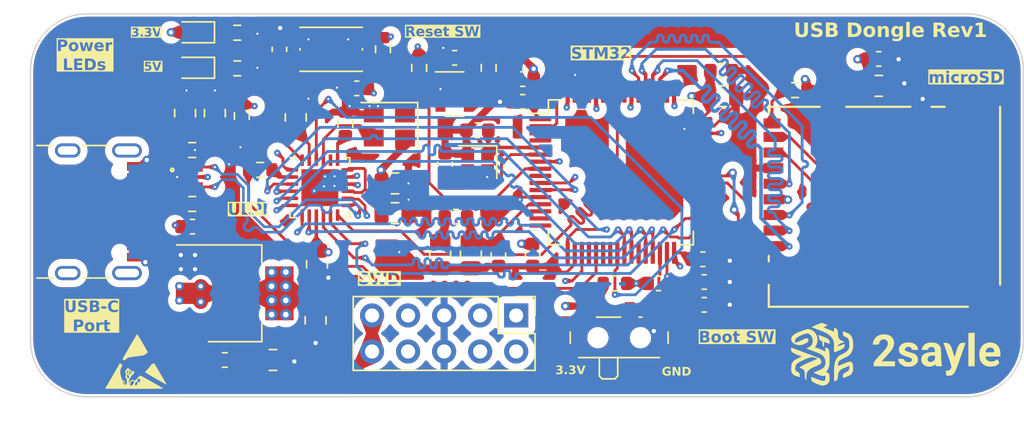
<source format=kicad_pcb>
(kicad_pcb (version 20221018) (generator pcbnew)
  (title_block (title "USB Dongle") (date "2024-05-03") (rev "Rev1") (company "2sayle") (comment 1 "@author: Elyass Jaoudat") (comment 2 "USB-C Dongle with mass storage through SD card"))
  (layers (0 "F.Cu" signal "Top") (1 "In1.Cu" power "Ground") (2 "In2.Cu" signal "Inner") (3 "In3.Cu" power "Power") (4 "In4.Cu" power "Ground2") (31 "B.Cu" signal "Bottom") (34 "B.Paste" user) (35 "F.Paste" user) (36 "B.SilkS" user "B.Silkscreen") (37 "F.SilkS" user "F.Silkscreen") (38 "B.Mask" user) (39 "F.Mask" user) (44 "Edge.Cuts" user))
  (net 0 "")
  (net 1 "+3.3V")
  (net 2 "GND")
  (net 3 "VBUS")
  (net 4 "Net-(U1-VI)")
  (net 5 "Net-(C10-Pad1)")
  (net 6 "Net-(U5-VCAP_1)")
  (net 7 "HSE_IN")
  (net 8 "HSE_OUT")
  (net 9 "+3.3VA")
  (net 10 "BOOT0")
  (net 11 "Net-(C22-Pad1)")
  (net 12 "NRST")
  (net 13 "Net-(D1-K)")
  (net 14 "Net-(D2-K)")
  (net 15 "Net-(J1-CC1)")
  (net 17 "Net-(J1-CC2)")
  (net 19 "SWCLK")
  (net 20 "SWO")
  (net 21 "SWDIO")
  (net 22 "SDMMC_D2")
  (net 23 "SDMMC_D3")
  (net 24 "SDMMC_CMD")
  (net 25 "SDMMC_CLK")
  (net 26 "SDMMC_D0")
  (net 27 "SDMMC_D1")
  (net 28 "SDMMC_CDS")
  (net 29 "Net-(SW1-B)")
  (net 30 "ULPI_D1")
  (net 31 "ULPI_D2")
  (net 32 "ULPI_D3")
  (net 33 "ULPI_CLK")
  (net 34 "ULPI_D4")
  (net 35 "ULPI_D5")
  (net 36 "ULPI_D0")
  (net 37 "ULPI_D6")
  (net 38 "USB_D-")
  (net 39 "ULPI_CS_PWR")
  (net 40 "ULPI_RESET")
  (net 41 "ULPI_D7")
  (net 42 "USB_D+")
  (net 43 "ULPI_NXT")
  (net 44 "ULPI_STP")
  (net 45 "ULPI_DIR")
  (net 70 "/USBC_D-")
  (net 71 "/USBC_D+")
  (net 72 "Net-(U6-~{RESET})")
  (net 73 "Net-(U6-~{MR})")
  (net 74 "Net-(U2-ID)")
  (net 75 "Net-(U2-VDD18)")
  (net 76 "Net-(U2-VBUS)")
  (net 77 "Net-(U2-RBIAS)")
  (net 78 "Net-(U2-CLKOUT)")
  (net 80 "Net-(U2-REFCLK{slash}XI)")
  (footprint "Capacitor_SMD:C_0603_1608Metric" (layer "F.Cu") (at 151.9 68.2 180)
    (fp_text reference "C12" hide)
    (fp_text value "10p")
  )
  (footprint "Capacitor_SMD:C_0805_2012Metric" (layer "F.Cu") (at 146.1 71.95 180)
    (fp_text reference "C4" hide)
    (fp_text value "1u")
  )
  (footprint "Capacitor_SMD:C_0805_2012Metric" (layer "F.Cu") (at 139.1 67.3 90)
    (fp_text reference "C8" hide)
    (fp_text value "1u")
  )
  (footprint "Capacitor_SMD:C_0603_1608Metric" (layer "F.Cu") (at 155.1 66.2 180)
    (fp_text reference "C24" hide)
    (fp_text value "100n")
  )
  (footprint "Capacitor_SMD:C_0603_1608Metric" (layer "F.Cu") (at 143.4 65.25 180)
    (fp_text reference "C1" hide)
    (fp_text value "100n")
  )
  (footprint "Capacitor_SMD:C_0805_2012Metric" (layer "F.Cu") (at 131.300025 67 90)
    (fp_text reference "C5" hide)
    (fp_text value "1u")
  )
  (footprint "Resistor_SMD:R_0603_1608Metric" (layer "F.Cu") (at 142.6 67.75 -90)
    (fp_text reference "R2" hide)
    (fp_text value "8.06k")
  )
  (footprint "Capacitor_SMD:C_0805_2012Metric" (layer "F.Cu") (at 146.1 74.05)
    (fp_text reference "C7" hide)
    (fp_text value "1u")
  )
  (footprint "Capacitor_SMD:C_0805_2012Metric" (layer "F.Cu") (at 169.2 65.8)
    (fp_text reference "C16" hide)
    (fp_text value "10u")
  )
  (footprint "LOGO" (layer "F.Cu") (at 128 84.6)
    (fp_text reference "G***" hide)
    (fp_text value "LOGO" hide)
  )
  (footprint "Capacitor_SMD:C_0603_1608Metric" (layer "F.Cu") (at 180.1999 63.174544)
    (fp_text reference "C28" hide)
    (fp_text value "100n")
  )
  (footprint "Capacitor_SMD:C_0805_2012Metric" (layer "F.Cu") (at 180.1999 65.074544)
    (fp_text reference "C26" hide)
    (fp_text value "10u")
  )
  (footprint "Capacitor_SMD:C_0603_1608Metric" (layer "F.Cu") (at 167.8 77.3)
    (fp_text reference "C18" hide)
    (fp_text value "100n")
  )
  (footprint "Capacitor_SMD:C_0805_2012Metric" (layer "F.Cu") (at 137.5 84.4)
    (fp_text reference "C3" hide)
    (fp_text value "10u")
  )
  (footprint "LED_SMD:LED_0603_1608Metric" (layer "F.Cu") (at 131.8875 61.3 180)
    (fp_text reference "D1" hide)
    (fp_text value "LED")
  )
  (footprint "Resistor_SMD:R_0603_1608Metric" (layer "F.Cu") (at 134.975 63.84)
    (fp_text reference "R7" hide)
    (fp_text value "1k")
  )
  (footprint "Button_Switch_SMD:SW_SPDT_PCM12" (layer "F.Cu") (at 161.9 82.5)
    (fp_text reference "SW1" hide)
    (fp_text value "PCM12SMTR")
  )
  (footprint "Connector_PinHeader_2.54mm:PinHeader_2x05_P2.54mm_Vertical" (layer "F.Cu") (at 154.64 81.26 -90)
    (fp_text reference "J2" hide)
    (fp_text value "Conn SWD 02x05")
  )
  (footprint "Capacitor_SMD:C_0603_1608Metric" (layer "F.Cu") (at 131.825 75)
    (fp_text reference "C10" hide)
    (fp_text value "100n")
  )
  (footprint "Capacitor_SMD:C_0603_1608Metric" (layer "F.Cu") (at 137.95 62.5 90)
    (fp_text reference "C27" hide)
    (fp_text value "47n")
  )
  (footprint "Capacitor_SMD:C_0603_1608Metric" (layer "F.Cu") (at 167.9 78.9)
    (fp_text reference "C11" hide)
    (fp_text value "100n")
  )
  (footprint "Resistor_SMD:R_0603_1608Metric" (layer "F.Cu") (at 135.3 67.2 90)
    (fp_text reference "R1" hide)
    (fp_text value "20k")
  )
  (footprint "Resistor_SMD:R_0603_1608Metric" (layer "F.Cu") (at 174.2999 65.374544)
    (fp_text reference "R11" hide)
    (fp_text value "10k")
  )
  (footprint "Resistor_SMD:R_0603_1608Metric" (layer "F.Cu") (at 131.8 69.6)
    (fp_text reference "R3" hide)
    (fp_text value "5.1k")
  )
  (footprint "Resistor_SMD:R_0603_1608Metric" (layer "F.Cu") (at 136.6 71 180)
    (fp_text reference "R6" hide)
    (fp_text value "22R")
  )
  (footprint "Capacitor_SMD:C_0603_1608Metric" (layer "F.Cu") (at 169.1 64)
    (fp_text reference "C23" hide)
    (fp_text value "100n")
  )
  (footprint "fplibs:BGA_4V2-2BF3_STM" (layer "F.Cu") (at 134.199975 69.599975 90)
    (fp_text reference "U4" hide)
    (fp_text value "ESDA14V2-2BF3")
  )
  (footprint "Resistor_SMD:R_0603_1608Metric" (layer "F.Cu") (at 145.25 62.5 -90)
    (fp_text reference "R9" hide)
    (fp_text value "4.7k")
  )
  (footprint "LOGO" (layer "F.Cu") (at 181.4 84)
    (fp_text reference "G***" hide)
    (fp_text value "LOGO" hide)
  )
  (footprint "Package_TO_SOT_SMD:SOT-143" (layer "F.Cu") (at 150.3 65.65)
    (fp_text reference "U6" hide)
    (fp_text value "CAT811TTBI-GT3")
  )
  (footprint "LED_SMD:LED_0603_1608Metric" (layer "F.Cu") (at 131.8875 63.8 180)
    (fp_text reference "D2" hide)
    (fp_text value "LED")
  )
  (footprint "Package_TO_SOT_SMD:SOT-223-3_TabPin2" (layer "F.Cu") (at 134.8 79.7)
    (fp_text reference "U1" hide)
    (fp_text value "AMS1117-3.3")
  )
  (footprint "Capacitor_SMD:C_0603_1608Metric" (layer "F.Cu") (at 164.675 79)
    (fp_text reference "C20" hide)
    (fp_text value "100n")
  )
  (footprint "fplibs:MICROQFN6_1P45X1_STM" (layer "F.Cu") (at 131.7445 71.499999)
    (fp_text reference "U3" hide)
    (fp_text value "USBULC6-2M6")
  )
  (footprint "Connector_USB:USB_C_Receptacle_GCT_USB4105-xx-A_16P_TopMnt_Horizontal" (layer "F.Cu") (at 124.1 73.95 -90)
    (fp_text reference "J1" hide)
    (fp_text value "USB_C_Receptacle_USB2.0")
  )
  (footprint "Button_Switch_SMD:SW_Push_1P1T_NO_CK_KMR2" (layer "F.Cu") (at 141.6 62.5)
    (fp_text reference "SW2" hide)
    (fp_text value "KMR223G LFG")
  )
  (footprint "Package_QFP:LQFP-64_10x10mm_P0.5mm" (layer "F.Cu") (at 162.02 71.17)
    (fp_text reference "U5" hide)
    (fp_text value "STM32F730R8Tx")
  )
  (footprint "Inductor_SMD:L_0603_1608Metric" (layer "F.Cu") (at 134.1 84.4 180)
    (fp_text reference "FB1" hide)
    (fp_text value "120@100MHz")
  )
  (footprint "Capacitor_SMD:C_0603_1608Metric" (layer "F.Cu") (at 167.9 80.51)
    (fp_text reference "C13" hide)
    (fp_text value "100n")
  )
  (footprint "fplibs:DM3BT-DSF-PEJS_HIR" (layer "F.Cu") (at 180.6 73.6 90)
    (fp_text reference "J3" hide)
    (fp_text value "DM3BT-DSF-PEJS")
  )
  (footprint "Resistor_SMD:R_0603_1608Metric" (layer "F.Cu") (at 161.6 79)
    (fp_text reference "R8" hide)
    (fp_text value "10k")
  )
  (footprint "Crystal:Crystal_SMD_2016-4Pin_2.0x1.6mm" (layer "F.Cu") (at 151.925 70.45 180)
    (fp_text reference "Y2" hide)
    (fp_text value "24MHz / 10pF / 20ppm")
  )
  (footprint "Capacitor_SMD:C_0603_1608Metric" (layer "F.Cu") (at 155.1 64.6 180)
    (fp_text reference "C21" hide)
    (fp_text value "100n")
  )
  (footprint "Capacitor_SMD:C_0805_2012Metric" (layer "F.Cu") (at 140.6 77.65 -90)
    (fp_text reference "C9" hide)
    (fp_text value "100n")
  )
  (footprint "Capacitor_SMD:C_0805_2012Metric" (layer "F.Cu") (at 140.5 81.6 -90)
    (fp_text reference "C6" hide)
    (fp_text value "22u")
  )
  (footprint "Resistor_SMD:R_0603_1608Metric" (layer "F.Cu") (at 147.8 63.8 90)
    (fp_text reference "R12" hide)
    (fp_text value "2.2k")
  )
  (footprint "Crystal:Crystal_SMD_3225-4Pin_3.2x2.5mm" (layer "F.Cu") (at 145.7 67.9 180)
    (fp_text reference "Y1" hide)
    (fp_text value "26 MHz")
  )
  (footprint "Capacitor_SMD:C_0805_2012Metric" (layer "F.Cu") (at 151.4475 76.9825 -90)
    (fp_text reference "C17" hide)
    (fp_text value "1u")
  )
  (footprint "Resistor_SMD:R_0603_1608Metric" (layer "F.Cu") (at 131.8 73.4)
    (fp_text reference "R4" hide)
    (fp_text value "5.1k")
  )
  (footprint "Resistor_SMD:R_0603_1608Metric" (layer "F.Cu") (at 134.975 61.33)
    (fp_text reference "R5" hide)
    (fp_text value "200R")
  )
  (footprint "Package_DFN_QFN:QFN-24-1EP_4x4mm_P0.5mm_EP2.6x2.6mm" (layer "F.Cu") (at 140.8 72.25)
    (fp_text reference "U2" hide)
    (fp_text value "USB3343")
  )
  (footprint "Capacitor_SMD:C_0805_2012Metric" (layer "F.Cu") (at 149.2875 76.9825 -90)
    (fp_text reference "C22" hide)
    (fp_text value "1u")
  )
  (footprint "Capacitor_SMD:C_0603_1608Metric" (layer "F.Cu") (at 155.8 77 -90)
    (fp_text reference "C19" hide)
    (fp_text value "100n")
  )
  (footprint "Capacitor_SMD:C_0603_1608Metric" (layer "F.Cu") (at 153.3875 77 -90)
    (fp_text reference "C15" hide)
    (fp_text value "10n")
  )
  (footprint "Capacitor_SMD:C_0603_1608Metric" (layer "F.Cu") (at 149.625 70.6 90)
    (fp_text reference "C14" hide)
    (fp_text value "10p")
  )
  (footprint "Inductor_SMD:L_0603_1608Metric" (layer "F.Cu") (at 150.3875 74.3 180)
    (fp_text reference "FB2" hide)
    (fp_text value "120@100MHz")
  )
  (footprint "Capacitor_SMD:C_0805_2012Metric" (layer "F.Cu") (at 133.4 67 90)
    (fp_text reference "C2" hide)
    (fp_text value "4.7u")
  )
  (footprint "Capacitor_SMD:C_0603_1608Metric" (layer "F.Cu") (at 150.3 63.1 180)
    (fp_text reference "C25" hide)
    (fp_text value "100n")
  )
  (footprint "Resistor_SMD:R_0603_1608Metric" (layer "F.Cu") (at 152.7 63.8 -90)
    (fp_text reference "R10" hide)
    (fp_text value "10k")
  )
  (gr_arc (start 120.4 64) (mid 121.571573 61.171573) (end 124.4 60) (stroke (width 0.1)) (layer "Edge.Cuts"))
  (gr_line (start 186.4 60) (end 124.4 60) (stroke (width 0.1)) (layer "Edge.Cuts"))
  (gr_arc (start 186.4 60) (mid 189.228427 61.171573) (end 190.4 64) (stroke (width 0.1)) (layer "Edge.Cuts"))
  (gr_arc (start 190.4 83) (mid 189.228427 85.828427) (end 186.4 87) (stroke (width 0.1)) (layer "Edge.Cuts"))
  (gr_line (start 190.4 83) (end 190.4 64) (stroke (width 0.1)) (layer "Edge.Cuts"))
  (gr_arc (start 124.4 87) (mid 121.571573 85.828427) (end 120.4 83) (stroke (width 0.1)) (layer "Edge.Cuts"))
  (gr_line (start 120.4 64) (end 120.4 83) (stroke (width 0.1)) (layer "Edge.Cuts"))
  (gr_line (start 124.4 87) (end 186.4 87) (stroke (width 0.1)) (layer "Edge.Cuts"))
  (gr_text "5V" (at 128.4 64.1) (layer "F.SilkS" knockout) (effects (font (size 0.6 0.6) (thickness 0.15) bold) (justify left bottom)))
  (gr_text "Power\nLEDs" (at 124.2 64.1) (layer "F.SilkS" knockout) (effects (font (size 0.8 0.8) (thickness 0.15) bold) (justify bottom)))
  (gr_text "USB-C\nPort" (at 124.7 82.5) (layer "F.SilkS" knockout) (effects (font (size 0.8 0.8) (thickness 0.2) bold) (justify bottom)))
  (gr_text "ULPI" (at 134.3 74.3) (layer "F.SilkS" knockout) (effects (font (size 0.8 0.8) (thickness 0.2) bold) (justify left bottom)))
  (gr_text "STM32" (at 158.5 63.3) (layer "F.SilkS" knockout) (effects (font (size 0.8 0.8) (thickness 0.2) bold) (justify left bottom)))
  (gr_text "3.3V" (at 157.4 85.5) (layer "F.SilkS") (effects (font (size 0.6 0.6) (thickness 0.15) bold) (justify left bottom)))
  (gr_text "USB Dongle Rev1" (at 174.2 61.8) (layer "F.SilkS") (effects (font (size 1 1) (thickness 0.2) bold) (justify left bottom)))
  (gr_text "Reset SW" (at 146.8 61.7) (layer "F.SilkS" knockout) (effects (font (size 0.7 0.7) (thickness 0.175) bold) (justify left bottom)))
  (gr_text "SWD" (at 143.5 79.2) (layer "F.SilkS" knockout) (effects (font (size 0.8 0.8) (thickness 0.2) bold) (justify left bottom)))
  (gr_text "Boot SW" (at 167.5 83.3) (layer "F.SilkS" knockout) (effects (font (size 0.8 0.8) (thickness 0.2) bold) (justify left bottom)))
  (gr_text "GND" (at 164.9 85.6) (layer "F.SilkS") (effects (font (size 0.6 0.6) (thickness 0.15) bold) (justify left bottom)))
  (gr_text "3.3V" (at 127.5 61.7) (layer "F.SilkS" knockout) (effects (font (size 0.6 0.6) (thickness 0.15) bold) (justify left bottom)))
  (gr_text "microSD" (at 183.7 65) (layer "F.SilkS" knockout) (effects (font (size 0.8 0.8) (thickness 0.2) bold) (justify left bottom)))
  (segment (start 168.325 64) (end 168.325 65.725) (width 0.5) (layer "F.Cu") (net 1))
  (segment (start 168.25 65.8) (end 167 65.8) (width 0.5) (layer "F.Cu") (net 1))
  (segment (start 143.4755 72.066827) (end 143.408673 72) (width 0.2) (layer "F.Cu") (net 1))
  (segment (start 166.57 76.845) (end 167.025 77.3) (width 0.2) (layer "F.Cu") (net 1))
  (segment (start 155.875 63.875) (end 154.975 62.975) (width 0.5) (layer "F.Cu") (net 1))
  (segment (start 165.77 77.37) (end 166.2 77.8) (width 0.2) (layer "F.Cu") (net 1))
  (segment (start 165.77 76.845) (end 166.57 76.845) (width 0.2) (layer "F.Cu") (net 1))
  (segment (start 168.25 65.8) (end 168.25 66.865) (width 0.2) (layer "F.Cu") (net 1))
  (segment (start 172.7736 73.075) (end 173.775 73.075) (width 0.5) (layer "F.Cu") (net 1))
  (segment (start 179.4249 64.899544) (end 179.2499 65.074544) (width 0.5) (layer "F.Cu") (net 1))
  (segment (start 168.325 65.725) (end 168.25 65.8) (width 0.5) (layer "F.Cu") (net 1))
  (segment (start 132.9 79.7) (end 137.95 79.7) (width 1) (layer "F.Cu") (net 1))
  (segment (start 175.1249 65.374544) (end 175.1249 64.7249) (width 0.5) (layer "F.Cu") (net 1))
  (segment (start 145.25 61.675) (end 145.725 61.675) (width 0.4) (layer "F.Cu") (net 1))
  (segment (start 152.575 63.1) (end 152.7 62.975) (width 0.5) (layer "F.Cu") (net 1))
  (segment (start 173.775 73.075) (end 173.8 73.1) (width 0.5) (layer "F.Cu") (net 1))
  (segment (start 155.875 66.2) (end 155.875 66.95) (width 0.2) (layer "F.Cu") (net 1))
  (segment (start 146.8 69.3) (end 145.1 71) (width 0.5) (layer "F.Cu") (net 1))
  (segment (start 151.3 63.325) (end 151.075 63.1) (width 0.5) (layer "F.Cu") (net 1))
  (segment (start 178.725456 63.174544) (end 178.7 63.2) (width 0.5) (layer "F.Cu") (net 1))
  (segment (start 132.4 79.2) (end 132.9 79.7) (width 1) (layer "F.Cu") (net 1))
  (segment (start 165.77 76.845) (end 165.77 77.37) (width 0.2) (layer "F.Cu") (net 1))
  (segment (start 145.15 71.05) (end 145.1 71) (width 0.5) (layer "F.Cu") (net 1))
  (segment (start 158.5755 78.8245) (end 158.1 78.8245) (width 0.2) (layer "F.Cu") (net 1))
  (segment (start 168.25 66.865) (end 167.695 67.42) (width 0.2) (layer "F.Cu") (net 1))
  (segment (start 139.55 79.7) (end 140.5 80.65) (width 0.5) (layer "F.Cu") (net 1))
  (segment (start 154.975 62.975) (end 152.7 62.975) (width 0.5) (layer "F.Cu") (net 1))
  (segment (start 146.8 68.75) (end 146.8 69.3) (width 0.5) (layer "F.Cu") (net 1))
  (segment (start 175.1249 65.374544) (end 178.9499 65.374544) (width 0.5) (layer "F.Cu") (net 1))
  (segment (start 155.025 76.225) (end 155 76.2) (width 0.5) (layer "F.Cu") (net 1))
  (segment (start 178.9499 65.374544) (end 179.2499 65.074544) (width 0.5) (layer "F.Cu") (net 1))
  (segment (start 159.18 80.6) (end 158.1 80.6) (width 0.5) (layer "F.Cu") (net 1))
  (segment (start 131.9 79.7) (end 132.4 80.3) (width 1) (layer "F.Cu") (net 1))
  (segment (start 175.1249 64.7249) (end 175 64.6) (width 0.5) (layer "F.Cu") (net 1))
  (segment (start 151.075 63.1) (end 152.575 63.1) (width 0.5) (layer "F.Cu") (net 1))
  (segment (start 179.4249 63.174544) (end 179.4249 64.899544) (width 0.5) (layer "F.Cu") (net 1))
  (segment (start 131.65 79.7) (end 131.9 79.7) (width 1) (layer "F.Cu") (net 1))
  (segment (start 159.27 76.845) (end 159.27 78.13) (width 0.2) (layer "F.Cu") (net 1))
  (segment (start 145.725 61.675) (end 145.8 61.6) (width 0.4) (layer "F.Cu") (net 1))
  (segment (start 143.408673 72) (end 142.7375 72) (width 0.2) (layer "F.Cu") (net 1))
  (segment (start 140.55 74.1875) (end 140.55 76.65) (width 0.25) (layer "F.Cu") (net 1))
  (segment (start 155.875 64.6) (end 155.875 63.875) (width 0.5) (layer "F.Cu") (net 1))
  (segment (start 155.875 66.95) (end 156.345 67.42) (width 0.2) (layer "F.Cu") (net 1))
  (segment (start 158.27 65.495) (end 158.27 66.53) (width 0.2) (layer "F.Cu") (net 1))
  (segment (start 131.1 61.3) (end 130.3 61.3) (width 0.5) (layer "F.Cu") (net 1))
  (segment (start 140.55 76.65) (end 140.6 76.7) (width 0.25) (layer "F.Cu") (net 1))
  (segment (start 158.27 66.53) (end 158.2 66.6) (width 0.2) (layer "F.Cu") (net 1))
  (segment (start 132.4 80.3) (end 132.4 79.2) (width 1) (layer "F.Cu") (net 1))
  (segment (start 155.8 76.225) (end 155.025 76.225) (width 0.5) (layer "F.Cu") (net 1))
  (segment (start 151.3 64.7) (end 151.3 63.325) (width 0.5) (layer "F.Cu") (net 1))
  (segment (start 145.15 71.95) (end 145.15 71.05) (width 0.5) (layer "F.Cu") (net 1))
  (segment (start 179.4249 63.174544) (end 178.725456 63.174544) (width 0.5) (layer "F.Cu") (net 1))
  (segment (start 141.3 76.7) (end 141.4 76.8) (width 0.4) (layer "F.Cu") (net 1))
  (segment (start 144.25 65.25) (end 144.6 65.6) (width 0.4) (layer "F.Cu") (net 1))
  (segment (start 144.175 65.25) (end 144.25 65.25) (width 0.4) (layer "F.Cu") (net 1))
  (segment (start 140.6 76.7) (end 141.3 76.7) (width 0.4) (layer "F.Cu") (net 1))
  (segment (start 155.875 64.6) (end 155.875 66.2) (width 0.5) (layer "F.Cu") (net 1))
  (segment (start 159.27 78.13) (end 158.5755 78.8245) (width 0.2) (layer "F.Cu") (net 1))
  (segment (start 137.95 79.7) (end 139.55 79.7) (width 0.5) (layer "F.Cu") (net 1))
  (segment (start 159.65 81.07) (end 159.18 80.6) (width 0.5) (layer "F.Cu") (net 1))
  (via (at 158.1 80.6) (size 0.6) (drill 0.3) (layers "F.Cu" "B.Cu") (net 1))
  (via (at 137.4 79.2) (size 0.8) (drill 0.4) (layers "F.Cu" "B.Cu") (net 1))
  (via (at 178.7 63.2) (size 0.6) (drill 0.3) (layers "F.Cu" "B.Cu") (net 1))
  (via (at 145.8 61.6) (size 0.45) (drill 0.15) (layers "F.Cu" "B.Cu") (net 1))
  (via (at 130.9 80.2) (size 0.6) (drill 0.3) (layers "F.Cu" "B.Cu") (net 1))
  (via (at 173.8 73.1) (size 0.6) (drill 0.3) (layers "F.Cu" "B.Cu") (net 1))
  (via (at 145.1 71) (size 0.6) (drill 0.3) (layers "F.Cu" "B.Cu") (net 1))
  (via (at 132.4 79.2) (size 0.6) (drill 0.3) (layers "F.Cu" "B.Cu") (net 1))
  (via (at 138.4 80.2) (size 0.8) (drill 0.4) (layers "F.Cu" "B.Cu") (net 1))
  (via (at 145.1 71) (size 0.6) (drill 0.3) (layers "F.Cu" "B.Cu") (net 1))
  (via (at 155 76.2) (size 0.6) (drill 0.3) (layers "F.Cu" "B.Cu") (net 1))
  (via (at 137.4 80.2) (size 0.8) (drill 0.4) (layers "F.Cu" "B.Cu") (net 1))
  (via (at 130.9 79.2) (size 0.6) (drill 0.3) (layers "F.Cu" "B.Cu") (net 1))
  (via (at 130.3 61.3) (size 0.6) (drill 0.3) (layers "F.Cu" "B.Cu") (net 1))
  (via (at 143.4755 72.066827) (size 0.45) (drill 0.15) (layers "F.Cu" "B.Cu") (net 1))
  (via (at 166.2 77.8) (size 0.45) (drill 0.15) (layers "F.Cu" "B.Cu") (net 1))
  (via (at 141.4 76.8) (size 0.6) (drill 0.3) (layers "F.Cu" "B.Cu") (net 1))
  (via (at 175 64.6) (size 0.6) (drill 0.3) (layers "F.Cu" "B.Cu") (net 1))
  (via (at 155.875 63.875) (size 0.6) (drill 0.3) (layers "F.Cu" "B.Cu") (net 1))
  (via (at 137.4 78.2) (size 0.8) (drill 0.4) (layers "F.Cu" "B.Cu") (net 1))
  (via (at 158.2 66.6) (size 0.45) (drill 0.15) (layers "F.Cu" "B.Cu") (net 1))
  (via (at 144.6 65.6) (size 0.45) (drill 0.15) (layers "F.Cu" "B.Cu") (net 1))
  (via (at 137.4 81.2) (size 0.8) (drill 0.4) (layers "F.Cu" "B.Cu") (net 1))
  (via (at 167 65.8) (size 0.6) (drill 0.3) (layers "F.Cu" "B.Cu") (net 1))
  (via (at 138.4 78.2) (size 0.8) (drill 0.4) (layers "F.Cu" "B.Cu") (net 1))
  (via (at 158.1 78.8245) (size 0.45) (drill 0.15) (layers "F.Cu" "B.Cu") (net 1))
  (via (at 138.4 81.2) (size 0.8) (drill 0.4) (layers "F.Cu" "B.Cu") (net 1))
  (via (at 132.4 80.3) (size 0.6) (drill 0.3) (layers "F.Cu" "B.Cu") (net 1))
  (via (at 138.4 79.2) (size 0.8) (drill 0.4) (layers "F.Cu" "B.Cu") (net 1))
  (segment (start 131.300025 65.499975) (end 131.4 65.4) (width 0.4) (layer "F.Cu") (net 2))
  (segment (start 140.5 83.2) (end 140.5 82.55) (width 0.5) (layer "F.Cu") (net 2))
  (segment (start 167.695 67.92) (end 168.58 67.92) (width 0.2) (layer "F.Cu") (net 2))
  (segment (start 135.8 61.33) (end 136.33 61.33) (width 0.4) (layer "F.Cu") (net 2))
  (segment (start 168.575 77.3) (end 169.6 77.3) (width 0.5) (layer "F.Cu") (net 2))
  (segment (start 140.6 78.6) (end 141.675 79.675) (width 0.5) (layer "F.Cu") (net 2))
  (segment (start 149.625 69.825) (end 151.15 69.825) (width 0.5) (layer "F.Cu") (net 2))
  (segment (start 149.2875 77.9325) (end 147.5325 77.9325) (width 0.5) (layer "F.Cu") (net 2))
  (segment (start 141.675 81.375) (end 140.5 82.55) (width 0.5) (layer "F.Cu") (net 2))
  (segment (start 139 84.5) (end 139 84.05) (width 0.5) (layer "F.Cu") (net 2))
  (segment (start 127.78 77.15) (end 128.15 77.15) (width 0.4) (layer "F.Cu") (net 2))
  (segment (start 181.825456 65.074544) (end 182 64.9) (width 0.5) (layer "F.Cu") (net 2))
  (segment (start 155.6425 77.9325) (end 155.8 77.775) (width 0.5) (layer "F.Cu") (net 2))
  (segment (start 138.55 84.5) (end 139 84.5) (width 0.5) (layer "F.Cu") (net 2))
  (segment (start 164.15 81.07) (end 164.15 82.165786) (width 0.5) (layer "F.Cu") (net 2))
  (segment (start 180.9749 64.899544) (end 181.1499 65.074544) (width 0.5) (layer "F.Cu") (net 2))
  (segment (start 151.125 68.2) (end 151.125 69.8) (width 0.5) (layer "F.Cu") (net 2))
  (segment (start 139.9 61.7) (end 140 61.8) (width 0.4) (layer "F.Cu") (net 2))
  (segment (start 169.6 77.3) (end 169.7 77.4) (width 0.5) (layer "F.Cu") (net 2))
  (segment (start 138.65 84.4) (end 138.55 84.5) (width 0.5) (layer "F.Cu") (net 2))
  (segment (start 181.574544 63.174544) (end 181.6 63.2) (width 0.5) (layer "F.Cu") (net 2))
  (segment (start 154.325 64.6) (end 154.325 66.2) (width 0.5) (layer "F.Cu") (net 2))
  (segment (start 132.625 69.6) (end 132 69.6) (width 0.4) (layer "F.Cu") (net 2))
  (segment (start 183.173599 66.126401) (end 183.3 66) (width 0.5) (layer "F.Cu") (net 2))
  (segment (start 135.8 63.84) (end 136.36 63.84) (width 0.4) (layer "F.Cu") (net 2))
  (segment (start 132 77.05) (end 131.65 77.4) (width 0.5) (layer "F.Cu") (net 2))
  (segment (start 156.345 72.92) (end 155.08 72.92) (width 0.2) (layer "F.Cu") (net 2))
  (segment (start 136.33 61.33) (end 136.4 61.4) (width 0.4) (layer "F.Cu") (net 2))
  (segment (start 149.3 63.325) (end 149.525 63.1) (width 0.5) (layer "F.Cu") (net 2))
  (segment (start 134.4 69.39995) (end 134.4 69.8) (width 0.1) (layer "F.Cu") (net 2))
  (segment (start 128.15 77.15) (end 128.5 77.5) (width 0.4) (layer "F.Cu") (net 2))
  (segment (start 134.4 69.8) (end 134.4 70.6) (width 0.1) (layer "F.Cu") (net 2))
  (segment (start 132.625 73.4) (end 132.625 74.975) (width 0.5) (layer "F.Cu") (net 2))
  (segment (start 168.675 78.9) (end 169.6995 78.9) (width 0.5) (layer "F.Cu") (net 2))
  (segment (start 167.695 67.92) (end 166.68 67.92) (width 0.2) (layer "F.Cu") (net 2))
  (segment (start 152.625 71) (end 152.625 71.475) (width 0.2) (layer "F.Cu") (net 2))
  (segment (start 136.36 63.84) (end 136.4 63.8) (width 0.4) (layer "F.Cu") (net 2))
  (segment (start 180.9749 63.174544) (end 181.574544 63.174544) (width 0.5) (layer "F.Cu") (net 2))
  (segment (start 139.85 83.2) (end 140.5 83.2) (width 0.5) (layer "F.Cu") (net 2))
  (segment (start 152.625 71.475) (end 152.6 71.5) (width 0.2) (layer "F.Cu") (net 2))
  (segment (start 142.05 65.25) (end 142 65.2) (width 0.4) (layer "F.Cu") (net 2))
  (segment (start 165.45 78.663286) (end 165.289435 78.502721) (width 0.2) (layer "F.Cu") (net 2))
  (segment (start 128.6 70.3) (end 128.15 70.75) (width 0.5) (layer "F.Cu") (net 2))
  (segment (start 149.525 63.1) (end 149.525 62.425) (width 0.5) (layer "F.Cu") (net 2))
  (segment (start 181.1499 65.074544) (end 181.825456 65.074544) (width 0.5) (layer "F.Cu") (net 2))
  (segment (start 151.125 68.2) (end 153.125 66.2) (width 0.5) (layer "F.Cu") (net 2))
  (segment (start 158.77 64.33) (end 158.8 64.3) (width 0.2) (layer "F.Cu") (net 2))
  (segment (start 158.77 77.65033) (end 158.22033 78.2) (width 0.2) (layer "F.Cu") (net 2))
  (segment (start 142.9 61.7) (end 142.8 61.8) (width 0.4) (layer "F.Cu") (net 2))
  (segment (start 142.625 65.25) (end 142.05 65.25) (width 0.4) (layer "F.Cu") (net 2))
  (segment (start 158.77 76.845) (end 158.77 77.65033) (width 0.2) (layer "F.Cu") (net 2))
  (segment (start 168.575 77.3) (end 168.575 80.41) (width 0.5) (layer "F.Cu") (net 2))
  (segment (start 128.15 70.75) (end 127.78 70.75) (width 0.5) (layer "F.Cu") (net 2))
  (segment (start 165.27 78.82) (end 165.45 79) (width 0.2) (layer "F.Cu") (net 2))
  (segment (start 131.300025 66.05) (end 131.300025 65.499975) (width 0.4) (layer "F.Cu") (net 2))
  (segment (start 183.173599 66.874999) (end 182.950355 66.874999) (width 0.5) (layer "F.Cu") (net 2))
  (segment (start 132.05 77) (end 132 77) (width 0.5) (layer "F.Cu") (net 2))
  (segment (start 180.9749 63.174544) (end 180.9749 64.899544) (width 0.5) (layer "F.Cu") (net 2))
  (segment (start 170.15 66.35) (end 170.15 65.8) (width 0.2) (layer "F.Cu") (net 2))
  (segment (start 135.19995 69.39995) (end 135.2 69.4) (width 0.1) (layer "F.Cu") (net 2))
  (segment (start 182.950355 66.874999) (end 181.1499 65.074544) (width 0.5) (layer "F.Cu") (net 2))
  (segment (start 155.08 72.92) (end 154.9 73.1) (width 0.2) (layer "F.Cu") (net 2))
  (segment (start 132.6 75) (end 132.6 76.45) (width 0.5) (layer "F.Cu") (net 2))
  (segment (start 147.05 73.1) (end 147.05 71.95) (width 0.5) (layer "F.Cu") (net 2))
  (segment (start 137.95 61.725) (end 139.525 61.725) (width 0.5) (layer "F.Cu") (net 2))
  (segment (start 141.675 79.675) (end 141.675 81.375) (width 0.5) (layer "F.Cu") (net 2))
  (segment (start 147.05 74.05) (end 147.05 73.1) (width 0.5) (layer "F.Cu") (net 2))
  (segment (start 137.95 61.725) (end 137.95 61.05) (width 0.5) (layer "F.Cu") (net 2))
  (segment (start 139.1 66.35) (end 139.6255 66.35) (width 0.4) (layer "F.Cu") (net 2))
  (segment (start 140.5 82.55) (end 140.5 82.55) (width 0.5) (layer "F.Cu") (net 2))
  (segment (start 133.4 66.05) (end 133.4 65.4) (width 0.4) (layer "F.Cu") (net 2))
  (segment (start 151.15 69.825) (end 151.225 69.9) (width 0.5) (layer "F.Cu") (net 2))
  (segment (start 169.69 80.51) (end 169.7 80.5) (width 0.5) (layer "F.Cu") (net 2))
  (segment (start 164.15 82.165786) (end 164.342107 82.357893) (width 0.5) (layer "F.Cu") (net 2))
  (segment (start 131.3 71.499999) (end 130.741735 71.499998) (width 0.2) (layer "F.Cu") (net 2))
  (segment (start 131.300025 66.05) (end 133.4 66.05) (width 0.5) (layer "F.Cu") (net 2))
  (segment (start 166.68 67.92) (end 166.5 68.1) (width 0.2) (layer "F.Cu") (net 2))
  (segment (start 149.3 64.9) (end 149.3 63.325) (width 0.5) (layer "F.Cu") (net 2))
  (segment (start 132.625 74.975) (end 132.6 75) (width 0.5) (layer "F.Cu") (net 2))
  (segment (start 132.6 76.45) (end 132.05 77) (width 0.5) (layer "F.Cu") (net 2))
  (segment (start 156.225 78.2) (end 155.8 77.775) (width 0.2) (layer "F.Cu") (net 2))
  (segment (start 158.77 65.495) (end 158.77 64.33) (width 0.2) (layer "F.Cu") (net 2))
  (segment (start 147.5325 77.9325) (end 146.4 76.8) (width 0.5) (layer "F.Cu") (net 2))
  (segment (start 149.3 64.9) (end 149.3 65.3) (width 0.5) (layer "F.Cu") (net 2))
  (segment (start 168.675 80.51) (end 169.69 80.51) (width 0.5) (layer "F.Cu") (net 2))
  (segment (start 158.22033 78.2) (end 156.225 78.2) (width 0.2) (layer "F.Cu") (net 2))
  (segment (start 168.58 67.92) (end 170.15 66.35) (width 0.2) (layer "F.Cu") (net 2))
  (segment (start 134.4 69.39995) (end 135.19995 69.39995) (width 0.1) (layer "F.Cu") (net 2))
  (segment (start 132 77) (end 132 77.05) (width 0.5) (layer "F.Cu") (net 2))
  (segment (start 168.575 80.41) (end 168.675 80.51) (width 0.5) (layer "F.Cu") (net 2))
  (segment (start 165.27 76.845) (end 165.27 78.82) (width 0.2) (layer "F.Cu") (net 2))
  (segment (start 169.875 64) (end 169.875 65.525) (width 0.5) (layer "F.Cu") (net 2))
  (segment (start 149.525 62.425) (end 149.5 62.4) (width 0.5) (layer "F.Cu") (net 2))
  (segment (start 139.55 61.7) (end 139.9 61.7) (width 0.4) (layer "F.Cu") (net 2))
  (segment (start 169.875 65.525) (end 170.15 65.8) (width 0.5) (layer "F.Cu") (net 2))
  (segment (start 139.525 61.725) (end 139.55 61.7) (width 0.5) (layer "F.Cu") (net 2))
  (segment (start 139 84.05) (end 139.85 83.2) (width 0.5) (layer "F.Cu") (net 2))
  (segment (start 183.173599 66.874999) (end 183.173599 66.126401) (width 0.5) (layer "F.Cu") (net 2))
  (segment (start 153.5 66.2) (end 154.325 66.2) (width 0.5) (layer "F.Cu") (net 2))
  (segment (start 153.125 66.2) (end 153.5 66.2) (width 0.5) (layer "F.Cu") (net 2))
  (segment (start 143.65 61.7) (end 142.9 61.7) (width 0.4) (layer "F.Cu") (net 2))
  (segment (start 151.125 69.8) (end 151.225 69.9) (width 0.5) (layer "F.Cu") (net 2))
  (segment (start 165.45 79) (end 165.45 78.663286) (width 0.2) (layer "F.Cu") (net 2))
  (segment (start 137.95 61.05) (end 138 61) (width 0.5) (layer "F.Cu") (net 2))
  (segment (start 138.45 84.4) (end 138.65 84.4) (width 0.5) (layer "F.Cu") (net 2))
  (segment (start 139.6255 66.35) (end 140 65.9755) (width 0.4) (layer "F.Cu") (net 2))
  (via (at 141.83 71.45) (size 0.45) (drill 0.15) (layers "F.Cu" "B.Cu") (net 2))
  (via (at 146.4 76.8) (size 0.45) (drill 0.15) (layers "F.Cu" "B.Cu") (net 2))
  (via (at 142 65.2) (size 0.45) (drill 0.15) (layers "F.Cu" "B.Cu") (net 2))
  (via (at 140 61.8) (size 0.45) (drill 0.15) (layers "F.Cu" "B.Cu") (net 2))
  (via (at 169.7 77.4) (size 0.6) (drill 0.3) (layers "F.Cu" "B.Cu") (net 2))
  (via (at 128.6 70.3) (size 0.6) (drill 0.3) (layers "F.Cu" "B.Cu") (net 2))
  (via (at 165.289435 78.502721) (size 0.45) (drill 0.15) (layers "F.Cu" "B.Cu") (net 2))
  (via (at 141.1 72.16) (size 0.45) (drill 0.15) (layers "F.Cu" "B.Cu") (net 2))
  (via (at 139 84.5) (size 0.6) (drill 0.3) (layers "F.Cu" "B.Cu") (net 2))
  (via (at 132 77) (size 0.6) (drill 0.3) (layers "F.Cu" "B.Cu") (net 2))
  (via (at 183.3 66) (size 0.6) (drill 0.3) (layers "F.Cu" "B.Cu") (net 2))
  (via (at 132 78) (size 0.6) (drill 0.3) (layers "F.Cu" "B.Cu") (net 2))
  (via (at 131 78) (size 0.6) (drill 0.3) (layers "F.Cu" "B.Cu") (net 2))
  (via (at 136.4 61.4) (size 0.45) (drill 0.15) (layers "F.Cu" "B.Cu") (net 2))
  (via (at 138 61) (size 0.6) (drill 0.3) (layers "F.Cu" "B.Cu") (net 2))
  (via (at 132 69.6) (size 0.45) (drill 0.15) (layers "F.Cu" "B.Cu") (net 2))
  (via (at 142.9 66.5) (size 0.45) (drill 0.15) (layers "F.Cu" "B.Cu") (net 2))
  (via (at 141.83 72.13) (size 0.45) (drill 0.15) (layers "F.Cu" "B.Cu") (net 2))
  (via (at 169.6995 78.9) (size 0.6) (drill 0.3) (layers "F.Cu" "B.Cu") (net 2))
  (via (at 182 64.9) (size 0.6) (drill 0.3) (layers "F.Cu" "B.Cu") (net 2))
  (via (at 147.05 71.95) (size 0.45) (drill 0.15) (layers "F.Cu" "B.Cu") (net 2))
  (via (at 158.8 64.3) (size 0.45) (drill 0.15) (layers "F.Cu" "B.Cu") (net 2))
  (via (at 140.5 83.2) (size 0.6) (drill 0.3) (layers "F.Cu" "B.Cu") (net 2))
  (via (at 131 77) (size 0.6) (drill 0.3) (layers "F.Cu" "B.Cu") (net 2))
  (via (at 141.4 78.6) (size 0.6) (drill 0.3) (layers "F.Cu" "B.Cu") (net 2))
  (via (at 149.3 65.3) (size 0.45) (drill 0.15) (layers "F.Cu" "B.Cu") (net 2))
  (via (at 154.9 73.1) (size 0.45) (drill 0.15) (layers "F.Cu" "B.Cu") (net 2))
  (via (at 153.5 66.2) (size 0.6) (drill 0.3) (layers "F.Cu" "B.Cu") (net 2))
  (via (at 131.4 65.4) (size 0.45) (drill 0.15) (layers "F.Cu" "B.Cu") (net 2))
  (via (at 169.7 80.5) (size 0.6) (drill 0.3) (layers "F.Cu" "B.Cu") (net 2))
  (via (at 134.4 70.6) (size 0.45) (drill 0.15) (layers "F.Cu" "B.Cu") (net 2))
  (via (at 164.342107 82.357893) (size 0.6) (drill 0.3) (layers "F.Cu" "B.Cu") (net 2))
  (via (at 144.9 66.5) (size 0.45) (drill 0.15) (layers "F.Cu" "B.Cu") (net 2))
  (via (at 140 65.9755) (size 0.45) (drill 0.15) (layers "F.Cu" "B.Cu") (net 2))
  (via (at 140.4 72.48) (size 0.45) (drill 0.15) (layers "F.Cu" "B.Cu") (net 2))
  (via (at 181.6 63.2) (size 0.6) (drill 0.3) (layers "F.Cu" "B.Cu") (net 2))
  (via (at 141.17 71.46) (size 0.45) (drill 0.15) (layers "F.Cu" "B.Cu") (net 2))
  (via (at 144.3 66.5) (size 0.45) (drill 0.15) (layers "F.Cu" "B.Cu") (net 2))
  (via (at 166.5 68.1) (size 0.45) (drill 0.15) (layers "F.Cu" "B.Cu") (net 2))
  (via (at 147.05 73.1) (size 0.45) (drill 0.15) (layers "F.Cu" "B.Cu") (net 2))
  (via (at 136.4 63.8) (size 0.45) (drill 0.15) (layers "F.Cu" "B.Cu") (net 2))
  (via (at 133.4 65.4) (size 0.45) (drill 0.15) (layers "F.Cu" "B.Cu") (net 2))
  (via (at 128.5 77.5) (size 0.6) (drill 0.3) (layers "F.Cu" "B.Cu") (net 2))
  (via (at 130.741735 71.499998) (size 0.45) (drill 0.15) (layers "F.Cu" "B.Cu") (net 2))
  (via (at 149.5 62.4) (size 0.45) (drill 0.15) (layers "F.Cu" "B.Cu") (net 2))
  (via (at 152.6 71.5) (size 0.45) (drill 0.15) (layers "F.Cu" "B.Cu") (net 2))
  (via (at 135.2 69.4) (size 0.45) (drill 0.15) (layers "F.Cu" "B.Cu") (net 2))
  (via (at 142.8 61.8) (size 0.45) (drill 0.15) (layers "F.Cu" "B.Cu") (net 2))
  (segment (start 129.8 77.395) (end 129.8 84.5) (width 0.5) (layer "F.Cu") (net 3))
  (segment (start 128.502894 71.55) (end 129.74 70.312894) (width 0.4) (layer "F.Cu") (net 3))
  (segment (start 127.78 76.35) (end 128.755 76.35) (width 0.5) (layer "F.Cu") (net 3))
  (segment (start 133.99995 68.54995) (end 133.4 67.95) (width 0.1) (layer "F.Cu") (net 3))
  (segment (start 134.5 86.1) (end 142.18 86.1) (width 0.5) (layer "F.Cu") (net 3))
  (segment (start 133.475 68.025) (end 133.4 67.95) (width 0.5) (layer "F.Cu") (net 3))
  (segment (start 133.99995 69.8) (end 133.99995 69.39995) (width 0.1) (layer "F.Cu") (net 3))
  (segment (start 131.4 86.1) (end 134.5 86.1) (width 0.5) (layer "F.Cu") (net 3))
  (segment (start 131.300025 67.95) (end 130.45 67.95) (width 0.5) (layer "F.Cu") (net 3))
  (segment (start 130.45 67.95) (end 129.5 67) (width 0.5) (layer "F.Cu") (net 3))
  (segment (start 133.99995 69.39995) (end 133.99995 68.54995) (width 0.1) (layer "F.Cu") (net 3))
  (segment (start 135.3 68.025) (end 133.475 68.025) (width 0.5) (layer "F.Cu") (net 3))
  (segment (start 126.25 72.545152) (end 126.25 75.359695) (width 0.2) (layer "F.Cu") (net 3))
  (segment (start 129.74 68.66) (end 130.45 67.95) (width 0.4) (layer "F.Cu") (net 3))
  (segment (start 144.48 83.8) (end 144.48 81.26) (width 0.5) (layer "F.Cu") (net 3))
  (segment (start 134.8875 85.7125) (end 134.8875 84.4) (width 0.5) (layer "F.Cu") (net 3))
  (segment (start 129.5 64.9) (end 130.6 63.8) (width 0.5) (layer "F.Cu") (net 3))
  (segment (start 126.25 75.359695) (end 127.240305 76.35) (width 0.2) (layer "F.Cu") (net 3))
  (segment (start 127.78 71.55) (end 128.502894 71.55) (width 0.4) (layer "F.Cu") (net 3))
  (segment (start 134.5 86.1) (end 134.8875 85.7125) (width 0.5) (layer "F.Cu") (net 3))
  (segment (start 133.4 67.95) (end 131.300025 67.95) (width 0.5) (layer "F.Cu") (net 3))
  (segment (start 129.5 67) (end 129.5 64.9) (width 0.5) (layer "F.Cu") (net 3))
  (segment (start 129.8 84.5) (end 131.4 86.1) (width 0.5) (layer "F.Cu") (net 3))
  (segment (start 142.18 86.1) (end 144.48 83.8) (width 0.5) (layer "F.Cu") (net 3))
  (segment (start 127.245152 71.55) (end 126.25 72.545152) (width 0.2) (layer "F.Cu") (net 3))
  (segment (start 127.78 71.55) (end 127.245152 71.55) (width 0.2) (layer "F.Cu") (net 3))
  (segment (start 128.755 76.35) (end 129.8 77.395) (width 0.5) (layer "F.Cu") (net 3))
  (segment (start 130.6 63.8) (end 131.1 63.8) (width 0.5) (layer "F.Cu") (net 3))
  (segment (start 127.240305 76.35) (end 127.78 76.35) (width 0.2) (layer "F.Cu") (net 3))
  (segment (start 129.74 70.312894) (end 129.74 68.66) (width 0.4) (layer "F.Cu") (net 3))
  (segment (start 131.65 82) (end 131.65 82.7375) (width 0.5) (layer "F.Cu") (net 4))
  (segment (start 134.15 82) (end 131.65 82) (width 0.5) (layer "F.Cu") (net 4))
  (segment (start 131.65 82.7375) (end 133.3125 84.4) (width 0.5) (layer "F.Cu") (net 4))
  (segment (start 136.55 84.4) (end 134.15 82) (width 0.5) (layer "F.Cu") (net 4))
  (segment (start 130.95 74.9) (end 131.05 75) (width 0.5) (layer "F.Cu") (net 5))
  (segment (start 130.6 74.9) (end 130.95 74.9) (width 0.5) (layer "F.Cu") (net 5))
  (segment (start 132.189 71.499999) (end 132.9 71.5) (width 0.25) (layer "F.Cu") (net 5))
  (via (at 130.6 74.9) (size 0.45) (drill 0.15) (layers "F.Cu" "B.Cu") (net 5))
  (via (at 132.9 71.5) (size 0.45) (drill 0.15) (layers "F.Cu" "B.Cu") (net 5))
  (segment (start 164.77 78.43) (end 164.7 78.5) (width 0.2) (layer "F.Cu") (net 6))
  (segment (start 167.125 78.9) (end 167.125 80.51) (width 0.2) (layer "F.Cu") (net 6))
  (segment (start 164.7 79.5) (end 165.71 80.51) (width 0.2) (layer "F.Cu") (net 6))
  (segment (start 164.7 78.5) (end 164.7 79.5) (width 0.2) (layer "F.Cu") (net 6))
  (segment (start 165.71 80.51) (end 167.125 80.51) (width 0.2) (layer "F.Cu") (net 6))
  (segment (start 164.77 76.845) (end 164.77 78.43) (width 0.2) (layer "F.Cu") (net 6))
  (segment (start 152.675 69.85) (end 152.625 69.9) (width 0.25) (layer "F.Cu") (net 7))
  (segment (start 156.345 69.42) (end 153.105 69.42) (width 0.25) (layer "F.Cu") (net 7))
  (segment (start 152.675 68.2) (end 152.675 69.85) (width 0.25) (layer "F.Cu") (net 7))
  (segment (start 153.105 69.42) (end 152.625 69.9) (width 0.25) (layer "F.Cu") (net 7))
  (segment (start 153.6 71.475) (end 153.6 70.6) (width 0.2) (layer "F.Cu") (net 8))
  (segment (start 154.28 69.92) (end 156.345 69.92) (width 0.2) (layer "F.Cu") (net 8))
  (segment (start 150.85 71.375) (end 151.225 71) (width 0.2) (layer "F.Cu") (net 8))
  (segment (start 151.225 71.925) (end 151.5 72.2) (width 0.2) (layer "F.Cu") (net 8))
  (segment (start 151.225 71) (end 151.225 71.925) (width 0.2) (layer "F.Cu") (net 8))
  (segment (start 152.875 72.2) (end 153.6 71.475) (width 0.2) (layer "F.Cu") (net 8))
  (segment (start 151.5 72.2) (end 152.875 72.2) (width 0.2) (layer "F.Cu") (net 8))
  (segment (start 153.6 70.6) (end 154.28 69.92) (width 0.2) (layer "F.Cu") (net 8))
  (segment (start 149.625 71.375) (end 150.85 71.375) (width 0.2) (layer "F.Cu") (net 8))
  (segment (start 153.3875 76.225) (end 151.64 76.225) (width 0.5) (layer "F.Cu") (net 9))
  (segment (start 151.4475 74.5725) (end 151.175 74.3) (width 0.5) (layer "F.Cu") (net 9))
  (segment (start 151.4475 76.0325) (end 151.4475 74.5725) (width 0.5) (layer "F.Cu") (net 9))
  (segment (start 151.64 76.225) (end 151.4475 76.0325) (width 0.5) (layer "F.Cu") (net 9))
  (segment (start 156.345 73.42) (end 155.53967 73.42) (width 0.2) (layer "F.Cu") (net 9))
  (segment (start 155.53967 73.42) (end 153.3875 75.57217) (width 0.2) (layer "F.Cu") (net 9))
  (segment (start 153.3875 75.57217) (end 153.3875 76.225) (width 0.2) (layer "F.Cu") (net 9))
  (segment (start 163.1 79) (end 163.9 79) (width 0.25) (layer "F.Cu") (net 10))
  (segment (start 160.27 66.67) (end 160.27 65.495) (width 0.25) (layer "F.Cu") (net 10))
  (segment (start 162.425 79) (end 163.1 79) (width 0.25) (layer "F.Cu") (net 10))
  (segment (start 160.3 66.7) (end 160.27 66.67) (width 0.25) (layer "F.Cu") (net 10))
  (via (at 163.1 79) (size 0.45) (drill 0.15) (layers "F.Cu" "B.Cu") (net 10))
  (via (at 160.3 66.7) (size 0.45) (drill 0.15) (layers "F.Cu" "B.Cu") (net 10))
  (segment (start 149.6 74.3) (end 149.6 75.72) (width 0.5) (layer "F.Cu") (net 11))
  (segment (start 149.6 75.72) (end 149.2875 76.0325) (width 0.5) (layer "F.Cu") (net 11))
  (segment (start 145.25 63.325) (end 143.675 63.325) (width 0.2) (layer "F.Cu") (net 12))
  (segment (start 147.45 63.325) (end 145.25 63.325) (width 0.2) (layer "F.Cu") (net 12))
  (segment (start 147.8 62.975) (end 147.45 63.325) (width 0.2) (layer "F.Cu") (net 12))
  (segment (start 143.65 63.3) (end 139.55 63.3) (width 0.2) (layer "F.Cu") (net 12))
  (segment (start 143.675 63.325) (end 143.65 63.3) (width 0.2) (layer "F.Cu") (net 12))
  (segment (start 157.68 70.42) (end 157.7 70.4) (width 0.2) (layer "F.Cu") (net 12))
  (segment (start 147.7 62.875) (end 147.8 62.975) (width 0.2) (layer "F.Cu") (net 12))
  (segment (start 139.55 63.3) (end 137.975 63.3) (width 0.2) (layer "F.Cu") (net 12))
  (segment (start 147.7 62.3) (end 147.7 62.875) (width 0.2) (layer "F.Cu") (net 12))
  (segment (start 156.345 70.42) (end 157.68 70.42) (width 0.2) (layer "F.Cu") (net 12))
  (segment (start 137.975 63.3) (end 137.95 63.275) (width 0.2) (layer "F.Cu") (net 12))
  (via (at 157.7 70.4) (size 0.45) (drill 0.15) (layers "F.Cu" "B.Cu") (net 12))
  (via (at 147.7 62.3) (size 0.45) (drill 0.15) (layers "F.Cu" "B.Cu") (net 12))
  (segment (start 134.12 61.3) (end 134.15 61.33) (width 0.5) (layer "F.Cu") (net 13))
  (segment (start 132.675 61.3) (end 134.12 61.3) (width 0.5) (layer "F.Cu") (net 13))
  (segment (start 132.675 63.8) (end 134.11 63.8) (width 0.5) (layer "F.Cu") (net 14))
  (segment (start 134.11 63.8) (end 134.15 63.84) (width 0.5) (layer "F.Cu") (net 14))
  (segment (start 127.78 72.7) (end 128.605 72.7) (width 0.2) (layer "F.Cu") (net 15))
  (segment (start 129.07 71.73) (end 130.19 70.61) (width 0.2) (layer "F.Cu") (net 15))
  (segment (start 130.975 69.815) (end 130.975 69.6) (width 0.2) (layer "F.Cu") (net 15))
  (segment (start 129.07 72.235) (end 129.07 71.73) (width 0.2) (layer "F.Cu") (net 15))
  (segment (start 128.605 72.7) (end 129.07 72.235) (width 0.2) (layer "F.Cu") (net 15))
  (segment (start 130.795 69.42) (end 130.975 69.6) (width 0.2) (layer "F.Cu") (net 15))
  (segment (start 130.19 70.6) (end 130.975 69.815) (width 0.2) (layer "F.Cu") (net 15))
  (segment (start 130.19 70.61) (end 130.19 70.6) (width 0.2) (layer "F.Cu") (net 15))
  (segment (start 130.905 73.4) (end 130.975 73.4) (width 0.2) (layer "F.Cu") (net 17))
  (segment (start 128.605 75.7) (end 130.905 73.4) (width 0.2) (layer "F.Cu") (net 17))
  (segment (start 127.78 75.7) (end 128.605 75.7) (width 0.2) (layer "F.Cu") (net 17))
  (segment (start 165.77 65.495) (end 165.77 66.47) (width 0.2) (layer "F.Cu") (net 19))
  (segment (start 165.77 66.47) (end 165.8 66.5) (width 0.2) (layer "F.Cu") (net 19))
  (via (at 165.8 66.5) (size 0.45) (drill 0.15) (layers "F.Cu" "B.Cu") (net 19))
  (segment (start 162.77 65.495) (end 162.77 66.53) (width 0.2) (layer "F.Cu") (net 20))
  (segment (start 162.77 66.53) (end 162.7 66.6) (width 0.2) (layer "F.Cu") (net 20))
  (via (at 162.7 66.6) (size 0.45) (drill 0.15) (layers "F.Cu" "B.Cu") (net 20))
  (segment (start 169.08 68.42) (end 169.1 68.4) (width 0.2) (layer "F.Cu") (net 21))
  (segment (start 167.695 68.42) (end 169.08 68.42) (width 0.2) (layer "F.Cu") (net 21))
  (via (at 169.1 68.4) (size 0.45) (drill 0.15) (layers "F.Cu" "B.Cu") (net 21))
  (segment (start 164.77 64.601418) (end 165.3 64.071418) (width 0.25) (layer "F.Cu") (net 22))
  (segment (start 173.875001 76.375001) (end 173.9 76.4) (width 0.2) (layer "F.Cu") (net 22))
  (segment (start 164.77 65.495) (end 164.77 64.601418) (width 0.25) (layer "F.Cu") (net 22))
  (segment (start 172.7736 76.375001) (end 173.875001 76.375001) (width 0.2) (layer "F.Cu") (net 22))
  (segment (start 165.3 64.071418) (end 165.3 64) (width 0.25) (layer "F.Cu") (net 22))
  (via (at 173.9 76.4) (size 0.45) (drill 0.15) (layers "F.Cu" "B.Cu") (net 22))
  (via (at 165.3 64) (size 0.45) (drill 0.15) (layers "F.Cu" "B.Cu") (net 22))
  (segment (start 170.268099 67.868099) (end 170.074756 68.061441) (width 0.25) (layer "B.Cu") (net 22))
  (segment (start 169.18865 66.401945) (end 168.995297 66.595297) (width 0.25) (layer "B.Cu") (net 22))
  (segment (start 171.097853 68.311148) (end 170.9045 68.5045) (width 0.25) (layer "B.Cu") (net 22))
  (segment (start 167.847312 66.152281) (end 167.847309 66.152278) (width 0.25) (layer "B.Cu") (net 22))
  (segment (start 171.063599 68.981798) (end 171.222698 68.822699) (width 0.25) (layer "B.Cu") (net 22))
  (segment (start 167.915849 65.129144) (end 167.881595 65.163397) (width 0.25) (layer "B.Cu") (net 22))
  (segment (start 171.029338 69.334264) (end 171.029336 69.334262) (width 0.25) (layer "B.Cu") (net 22))
  (segment (start 170.9045 68.5045) (end 170.711136 68.697863) (width 0.25) (layer "B.Cu") (net 22))
  (segment (start 167.563398 65.163398) (end 166.4 64) (width 0.25) (layer "B.Cu") (net 22))
  (segment (start 170.392935 68.379662) (end 170.586299 68.186299) (width 0.25) (layer "B.Cu") (net 22))
  (segment (start 173.9 76.4) (end 171.9 74.4) (width 0.25) (layer "B.Cu") (net 22))
  (segment (start 170.461452 67.674747) (end 170.268099 67.868099) (width 0.25) (layer "B.Cu") (net 22))
  (segment (start 168.358896 65.958896) (end 168.16551 66.152281) (width 0.25) (layer "B.Cu") (net 22))
  (segment (start 169.120157 67.42504) (end 169.120154 67.425037) (width 0.25) (layer "B.Cu") (net 22))
  (segment (start 170.392938 68.697863) (end 170.392935 68.69786) (width 0.25) (layer "B.Cu") (net 22))
  (segment (start 168.483767 66.788628) (end 168.483764 66.788625) (width 0.25) (layer "B.Cu") (net 22))
  (segment (start 169.631698 67.231698) (end 169.438355 67.42504) (width 0.25) (layer "B.Cu") (net 22))
  (segment (start 169.756558 68.061441) (end 169.756555 68.061438) (width 0.25) (layer "B.Cu") (net 22))
  (segment (start 169.825051 67.038346) (end 169.631698 67.231698) (width 0.25) (layer "B.Cu") (net 22))
  (segment (start 168.483764 66.470427) (end 168.677096 66.277096) (width 0.25) (layer "B.Cu") (net 22))
  (segment (start 171.3818 69.299999) (end 171.347536 69.334264) (width 0.25) (layer "B.Cu") (net 22))
  (segment (start 166.4 64) (end 165.3 64) (width 0.25) (layer "B.Cu") (net 22))
  (segment (start 169.50685 66.401947) (end 169.506848 66.401945) (width 0.25) (layer "B.Cu") (net 22))
  (segment (start 169.120154 67.106839) (end 169.313497 66.913497) (width 0.25) (layer "B.Cu") (net 22))
  (segment (start 171.381801 69.299999) (end 171.3818 69.299999) (width 0.25) (layer "B.Cu") (net 22))
  (segment (start 170.779652 67.674749) (end 170.77965 67.674747) (width 0.25) (layer "B.Cu") (net 22))
  (segment (start 169.756555 67.74324) (end 169.949898 67.549898) (width 0.25) (layer "B.Cu") (net 22))
  (segment (start 169.949898 67.549898) (end 170.143251 67.356546) (width 0.25) (layer "B.Cu") (net 22))
  (segment (start 171.222698 68.822699) (end 171.222701 68.822701) (width 0.25) (layer "B.Cu") (net 22))
  (segment (start 168.995297 66.595297) (end 168.801965 66.788628) (width 0.25) (layer "B.Cu") (net 22))
  (segment (start 168.870449 65.765546) (end 168.870447 65.765544) (width 0.25) (layer "B.Cu") (net 22))
  (segment (start 168.552249 65.765544) (end 168.358896 65.958896) (width 0.25) (layer "B.Cu") (net 22))
  (segment (start 170.143251 67.038348) (end 170.143249 67.038346) (width 0.25) (layer "B.Cu") (net 22))
  (segment (start 171.9 74.4) (end 171.9 69.5) (width 0.25) (layer "B.Cu") (net 22))
  (segment (start 168.234048 65.129145) (end 168.234047 65.129144) (width 0.25) (layer "B.Cu") (net 22))
  (segment (start 168.677096 66.277096) (end 168.870449 66.083744) (width 0.25) (layer "B.Cu") (net 22))
  (segment (start 170.586299 68.186299) (end 170.779652 67.992947) (width 0.25) (layer "B.Cu") (net 22))
  (segment (start 171.222701 68.822701) (end 171.416053 68.629348) (width 0.25) (layer "B.Cu") (net 22))
  (segment (start 171.9 69.5) (end 171.7 69.3) (width 0.25) (layer "B.Cu") (net 22))
  (segment (start 167.847309 65.83408) (end 168.040695 65.640695) (width 0.25) (layer "B.Cu") (net 22))
  (segment (start 171.029336 69.016064) (end 171.063599 68.981798) (width 0.25) (layer "B.Cu") (net 22))
  (segment (start 167.563397 65.163397) (end 167.563398 65.163398) (width 0.25) (layer "B.Cu") (net 22))
  (segment (start 169.313497 66.913497) (end 169.50685 66.720145) (width 0.25) (layer "B.Cu") (net 22))
  (segment (start 168.040695 65.640695) (end 168.234048 65.447343) (width 0.25) (layer "B.Cu") (net 22))
  (segment (start 171.416053 68.31115) (end 171.416051 68.311148) (width 0.25) (layer "B.Cu") (net 22))
  (arc (start 170.143251 67.356546) (mid 170.209152 67.197447) (end 170.143251 67.038348) (width 0.25) (layer "B.Cu") (net 22))
  (arc (start 170.711136 68.697863) (mid 170.552037 68.763764) (end 170.392938 68.697863) (width 0.25) (layer "B.Cu") (net 22))
  (arc (start 169.756555 68.061438) (mid 169.690654 67.902339) (end 169.756555 67.74324) (width 0.25) (layer "B.Cu") (net 22))
  (arc (start 168.870447 65.765544) (mid 168.711348 65.699643) (end 168.552249 65.765544) (width 0.25) (layer "B.Cu") (net 22))
  (arc (start 170.77965 67.674747) (mid 170.620551 67.608846) (end 170.461452 67.674747) (width 0.25) (layer "B.Cu") (net 22))
  (arc (start 171.416053 68.629348) (mid 171.481954 68.470249) (end 171.416053 68.31115) (width 0.25) (layer "B.Cu") (net 22))
  (arc (start 168.870449 66.083744) (mid 168.93635 65.924645) (end 168.870449 65.765546) (width 0.25) (layer "B.Cu") (net 22))
  (arc (start 167.881595 65.163397) (mid 167.722496 65.229298) (end 167.563397 65.163397) (width 0.25) (layer "B.Cu") (net 22))
  (arc (start 170.392935 68.69786) (mid 170.327034 68.538761) (end 170.392935 68.379662) (width 0.25) (layer "B.Cu") (net 22))
  (arc (start 171.416051 68.311148) (mid 171.256952 68.245247) (end 171.097853 68.311148) (width 0.25) (layer "B.Cu") (net 22))
  (arc (start 170.143249 67.038346) (mid 169.98415 66.972445) (end 169.825051 67.038346) (width 0.25) (layer "B.Cu") (net 22))
  (arc (start 168.801965 66.788628) (mid 168.642866 66.854529) (end 168.483767 66.788628) (width 0.25) (layer "B.Cu") (net 22))
  (arc (start 169.50685 66.720145) (mid 169.572751 66.561046) (end 169.50685 66.401947) (width 0.25) (layer "B.Cu") (net 22))
  (arc (start 168.16551 66.152281) (mid 168.006411 66.218182) (end 167.847312 66.152281) (width 0.25) (layer "B.Cu") (net 22))
  (arc (start 170.779652 67.992947) (mid 170.845553 67.833848) (end 170.779652 67.674749) (width 0.25) (layer "B.Cu") (net 22))
  (arc (start 169.506848 66.401945) (mid 169.347749 66.336044) (end 169.18865 66.401945) (width 0.25) (layer "B.Cu") (net 22))
  (arc (start 171.347536 69.334264) (mid 171.188437 69.400165) (end 171.029338 69.334264) (width 0.25) (layer "B.Cu") (net 22))
  (arc (start 168.234048 65.447343) (mid 168.299949 65.288244) (end 168.234048 65.129145) (width 0.25) (layer "B.Cu") (net 22))
  (arc (start 170.074756 68.061441) (mid 169.915657 68.127342) (end 169.756558 68.061441) (width 0.25) (layer "B.Cu") (net 22))
  (arc (start 169.120154 67.425037) (mid 169.054253 67.265938) (end 169.120154 67.106839) (width 0.25) (layer "B.Cu") (net 22))
  (arc (start 171.029336 69.334262) (mid 170.963435 69.175163) (end 171.029336 69.016064) (width 0.25) (layer "B.Cu") (net 22))
  (arc (start 168.234047 65.129144) (mid 168.074948 65.063243) (end 167.915849 65.129144) (width 0.25) (layer "B.Cu") (net 22))
  (arc (start 169.438355 67.42504) (mid 169.279256 67.490941) (end 169.120157 67.42504) (width 0.25) (layer "B.Cu") (net 22))
  (arc (start 168.483764 66.788625) (mid 168.417863 66.629526) (end 168.483764 66.470427) (width 0.25) (layer "B.Cu") (net 22))
  (arc (start 167.847309 66.152278) (mid 167.781408 65.993179) (end 167.847309 65.83408) (width 0.25) (layer "B.Cu") (net 22))
  (arc (start 171.7 69.3) (mid 171.5409 69.234097) (end 171.381801 69.299999) (width 0.25) (layer "B.Cu") (net 22))
  (segment (start 172.7736 75.275) (end 173.875 75.275) (width 0.2) (layer "F.Cu") (net 23))
  (segment (start 173.875 75.275) (end 173.9 75.3) (width 0.2) (layer "F.Cu") (net 23))
  (segment (start 164.27 64.3236) (end 164.5968 63.9968) (width 0.25) (layer "F.Cu") (net 23))
  (segment (start 164.27 65.495) (end 164.27 64.3236) (width 0.25) (layer "F.Cu") (net 23))
  (via (at 173.9 75.3) (size 0.45) (drill 0.15) (layers "F.Cu" "B.Cu") (net 23))
  (via (at 164.5968 63.9968) (size 0.45) (drill 0.15) (layers "F.Cu" "B.Cu") (net 23))
  (segment (start 172.7 73.6) (end 173.041345 73.6) (width 0.2) (layer "B.Cu") (net 23))
  (segment (start 172.9 68.8) (end 167.4 63.3) (width 0.2) (layer "B.Cu") (net 23))
  (segment (start 173.186394 71.6) (end 172.9 71.6) (width 0.2) (layer "B.Cu") (net 23))
  (segment (start 172.613624 69.6) (end 172.7 69.6) (width 0.2) (layer "B.Cu") (net 23))
  (segment (start 165 63.3) (end 164.5968 63.7032) (width 0.2) (layer "B.Cu") (net 23))
  (segment (start 172.613606 70.4) (end 172.9 70.4) (width 0.2) (layer "B.Cu") (net 23))
  (segment (start 172.9 69.4) (end 172.9 68.8) (width 0.2) (layer "B.Cu") (net 23))
  (segment (start 172.9 74.3) (end 172.9 74.2) (width 0.2) (layer "B.Cu") (net 23))
  (segment (start 172.613606 72) (end 172.9 72) (width 0.2) (layer "B.Cu") (net 23))
  (segment (start 173.136389 72.4) (end 172.9 72.4) (width 0.2) (layer "B.Cu") (net 23))
  (segment (start 172.9 71.2) (end 173.186394 71.2) (width 0.2) (layer "B.Cu") (net 23))
  (segment (start 164.5968 63.7032) (end 164.5968 63.9968) (width 0.2) (layer "B.Cu") (net 23))
  (segment (start 173.186394 70.8) (end 172.9 70.8) (width 0.2) (layer "B.Cu") (net 23))
  (segment (start 172.9 72) (end 173.186394 72) (width 0.2) (layer "B.Cu") (net 23))
  (segment (start 172.613606 73.6) (end 172.7 73.6) (width 0.2) (layer "B.Cu") (net 23))
  (segment (start 172.9 72.4) (end 172.613606 72.4) (width 0.2) (layer "B.Cu") (net 23))
  (segment (start 173.9 75.3) (end 172.9 74.3) (width 0.2) (layer "B.Cu") (net 23))
  (segment (start 172.613588 71.2) (end 172.9 71.2) (width 0.2) (layer "B.Cu") (net 23))
  (segment (start 172.9 71.6) (end 172.613588 71.6) (width 0.2) (layer "B.Cu") (net 23))
  (segment (start 172.9 73.2) (end 172.613606 73.2) (width 0.2) (layer "B.Cu") (net 23))
  (segment (start 167.4 63.3) (end 165 63.3) (width 0.2) (layer "B.Cu") (net 23))
  (segment (start 172.7 74) (end 172.613606 74) (width 0.2) (layer "B.Cu") (net 23))
  (segment (start 172.9 70) (end 172.613624 70) (width 0.2) (layer "B.Cu") (net 23))
  (segment (start 172.9 70.8) (end 172.613606 70.8) (width 0.2) (layer "B.Cu") (net 23))
  (segment (start 173.182689 73.458656) (end 173.182689 73.341344) (width 0.2) (layer "B.Cu") (net 23))
  (segment (start 172.613606 72.8) (end 172.9 72.8) (width 0.2) (layer "B.Cu") (net 23))
  (segment (start 172.9 70.4) (end 173.186412 70.4) (width 0.2) (layer "B.Cu") (net 23))
  (segment (start 172.9 72.8) (end 173.136389 72.8) (width 0.2) (layer "B.Cu") (net 23))
  (segment (start 173.041345 73.2) (end 172.9 73.2) (width 0.2) (layer "B.Cu") (net 23))
  (segment (start 173.186412 70) (end 172.9 70) (width 0.2) (layer "B.Cu") (net 23))
  (arc (start 173.182689 73.341344) (mid 173.14129 73.241399) (end 173.041345 73.2) (width 0.2) (layer "B.Cu") (net 23))
  (arc (start 173.186412 70.4) (mid 173.327833 70.341421) (end 173.386412 70.2) (width 0.2) (layer "B.Cu") (net 23))
  (arc (start 173.136389 72.8) (mid 173.27781 72.741421) (end 173.336389 72.6) (width 0.2) (layer "B.Cu") (net 23))
  (arc (start 173.336389 72.6) (mid 173.27781 72.458579) (end 173.136389 72.4) (width 0.2) (layer "B.Cu") (net 23))
  (arc (start 172.413606 70.6) (mid 172.472185 70.458579) (end 172.613606 70.4) (width 0.2) (layer "B.Cu") (net 23))
  (arc (start 172.613624 70) (mid 172.472203 69.941421) (end 172.413624 69.8) (width 0.2) (layer "B.Cu") (net 23))
  (arc (start 172.7 69.6) (mid 172.841421 69.541421) (end 172.9 69.4) (width 0.2) (layer "B.Cu") (net 23))
  (arc (start 172.613606 74) (mid 172.472185 73.941421) (end 172.413606 73.8) (width 0.2) (layer "B.Cu") (net 23))
  (arc (start 172.413606 72.2) (mid 172.472185 72.058579) (end 172.613606 72) (width 0.2) (layer "B.Cu") (net 23))
  (arc (start 172.413624 69.8) (mid 172.472203 69.658579) (end 172.613624 69.6) (width 0.2) (layer "B.Cu") (net 23))
  (arc (start 172.413606 73) (mid 172.472185 72.858579) (end 172.613606 72.8) (width 0.2) (layer "B.Cu") (net 23))
  (arc (start 173.186394 72) (mid 173.327815 71.941421) (end 173.386394 71.8) (width 0.2) (layer "B.Cu") (net 23))
  (arc (start 172.9 74.2) (mid 172.841421 74.058579) (end 172.7 74) (width 0.2) (layer "B.Cu") (net 23))
  (arc (start 172.413588 71.4) (mid 172.472167 71.258579) (end 172.613588 71.2) (width 0.2) (layer "B.Cu") (net 23))
  (arc (start 173.186394 71.2) (mid 173.327815 71.141421) (end 173.386394 71) (width 0.2) (layer "B.Cu") (net 23))
  (arc (start 173.386394 71.8) (mid 173.327815 71.658579) (end 173.186394 71.6) (width 0.2) (layer "B.Cu") (net 23))
  (arc (start 172.613606 70.8) (mid 172.472185 70.741421) (end 172.413606 70.6) (width 0.2) (layer "B.Cu") (net 23))
  (arc (start 172.613606 72.4) (mid 172.472185 72.341421) (end 172.413606 72.2) (width 0.2) (layer "B.Cu") (net 23))
  (arc (start 173.041345 73.6) (mid 173.14129 73.558601) (end 173.182689 73.458656) (width 0.2) (layer "B.Cu") (net 23))
  (arc (start 172.613588 71.6) (mid 172.472167 71.541421) (end 172.413588 71.4) (width 0.2) (layer "B.Cu") (net 23))
  (arc (start 173.386394 71) (mid 173.327815 70.858579) (end 173.186394 70.8) (width 0.2) (layer "B.Cu") (net 23))
  (arc (start 172.613606 73.2) (mid 172.472185 73.141421) (end 172.413606 73) (width 0.2) (layer "B.Cu") (net 23))
  (arc (start 173.386412 70.2) (mid 173.327833 70.058579) (end 173.186412 70) (width 0.2) (layer "B.Cu") (net 23))
  (arc (start 172.413606 73.8) (mid 172.472185 73.658579) (end 172.613606 73.6) (width 0.2) (layer "B.Cu") (net 23))
  (segment (start 172.7736 74.175) (end 173.875 74.175) (width 0.2) (layer "F.Cu") (net 24))
  (segment (start 173.875 74.175) (end 173.9 74.2) (width 0.2) (layer "F.Cu") (net 24))
  (segment (start 163.27 64.512463) (end 162.8 64.042463) (width 0.2) (layer "F.Cu") (net 24))
  (segment (start 163.27 65.495) (end 163.27 64.512463) (width 0.2) (layer "F.Cu") (net 24))
  (segment (start 162.8 64.042463) (end 162.8 64) (width 0.2) (layer "F.Cu") (net 24))
  (via (at 173.9 74.2) (size 0.45) (drill 0.15) (layers "F.Cu" "B.Cu") (net 24))
  (via (at 162.8 64) (size 0.45) (drill 0.15) (layers "F.Cu" "B.Cu") (net 24))
  (segment (start 174.8 71) (end 174.8 73.3) (width 0.2) (layer "B.Cu") (net 24))
  (segment (start 165 61.7) (end 165 61.8) (width 0.2) (layer "B.Cu") (net 24))
  (segment (start 162.8 63.3) (end 164.1 62) (width 0.2) (layer "B.Cu") (net 24))
  (segment (start 168.9 62) (end 174.8 67.9) (width 0.2) (layer "B.Cu") (net 24))
  (segment (start 164.1 62) (end 164.4 62) (width 0.2) (layer "B.Cu") (net 24))
  (segment (start 174.8 70.99005) (end 174.8 71) (width 0.2) (layer "B.Cu") (net 24))
  (segment (start 167 61.8) (end 167 61.7) (width 0.2) (layer "B.Cu") (net 24))
  (segment (start 174.8 73.3) (end 173.9 74.2) (width 0.2) (layer "B.Cu") (net 24))
  (segment (start 162.8 64) (end 162.8 63.3) (width 0.2) (layer "B.Cu") (net 24))
  (segment (start 168.4 62) (end 168.76098 62) (width 0.2) (layer "B.Cu") (net 24))
  (segment (start 167.8 61.8) (end 167.8 61.7) (width 0.2) (layer "B.Cu") (net 24))
  (segment (start 165.4 61.8) (end 165.4 61.7) (width 0.2) (layer "B.Cu") (net 24))
  (segment (start 174.995026 70.795025) (end 174.995025 70.795025) (width 0.2) (layer "B.Cu") (net 24))
  (segment (start 175.190051 70.59005) (end 175.190051 70.6) (width 0.2) (layer "B.Cu") (net 24))
  (segment (start 166.6 61.7) (end 166.6 61.8) (width 0.2) (layer "B.Cu") (net 24))
  (segment (start 164.6 61.8) (end 164.6 61.7) (width 0.2) (layer "B.Cu") (net 24))
  (segment (start 166.2 61.8) (end 166.2 61.7) (width 0.2) (layer "B.Cu") (net 24))
  (segment (start 167.4 61.7) (end 167.4 61.8) (width 0.2) (layer "B.Cu") (net 24))
  (segment (start 168.2 61.7) (end 168.2 61.8) (width 0.2) (layer "B.Cu") (net 24))
  (segment (start 168.76098 62) (end 168.9 62) (width 0.2) (layer "B.Cu") (net 24))
  (segment (start 165.8 61.7) (end 165.8 61.8) (width 0.2) (layer "B.Cu") (net 24))
  (segment (start 174.995025 70.395025) (end 174.995026 70.395025) (width 0.2) (layer "B.Cu") (net 24))
  (segment (start 174.8 67.9) (end 174.8 70.2) (width 0.2) (layer "B.Cu") (net 24))
  (arc (start 167 61.7) (mid 167.058579 61.558579) (end 167.2 61.5) (width 0.2) (layer "B.Cu") (net 24))
  (arc (start 165.2 62) (mid 165.341421 61.941421) (end 165.4 61.8) (width 0.2) (layer "B.Cu") (net 24))
  (arc (start 164.4 62) (mid 164.541421 61.941421) (end 164.6 61.8) (width 0.2) (layer "B.Cu") (net 24))
  (arc (start 168.2 61.8) (mid 168.258579 61.941421) (end 168.4 62) (width 0.2) (layer "B.Cu") (net 24))
  (arc (start 167.2 61.5) (mid 167.341421 61.558579) (end 167.4 61.7) (width 0.2) (layer "B.Cu") (net 24))
  (arc (start 166 62) (mid 166.141421 61.941421) (end 166.2 61.8) (width 0.2) (layer "B.Cu") (net 24))
  (arc (start 164.6 61.7) (mid 164.658579 61.558579) (end 164.8 61.5) (width 0.2) (layer "B.Cu") (net 24))
  (arc (start 174.995025 70.795025) (mid 174.857121 70.852146) (end 174.8 70.99005) (width 0.2) (layer "B.Cu") (net 24))
  (arc (start 167.4 61.8) (mid 167.458579 61.941421) (end 167.6 62) (width 0.2) (layer "B.Cu") (net 24))
  (arc (start 165.6 61.5) (mid 165.741421 61.558579) (end 165.8 61.7) (width 0.2) (layer "B.Cu") (net 24))
  (arc (start 165.8 61.8) (mid 165.858579 61.941421) (end 166 62) (width 0.2) (layer "B.Cu") (net 24))
  (arc (start 165.4 61.7) (mid 165.458579 61.558579) (end 165.6 61.5) (width 0.2) (layer "B.Cu") (net 24))
  (arc (start 166.8 62) (mid 166.941421 61.941421) (end 167 61.8) (width 0.2) (layer "B.Cu") (net 24))
  (arc (start 175.190051 70.6) (mid 175.13293 70.737904) (end 174.995026 70.795025) (width 0.2) (layer "B.Cu") (net 24))
  (arc (start 166.6 61.8) (mid 166.658579 61.941421) (end 166.8 62) (width 0.2) (layer "B.Cu") (net 24))
  (arc (start 166.2 61.7) (mid 166.258579 61.558579) (end 166.4 61.5) (width 0.2) (layer "B.Cu") (net 24))
  (arc (start 166.4 61.5) (mid 166.541421 61.558579) (end 166.6 61.7) (width 0.2) (layer "B.Cu") (net 24))
  (arc (start 174.8 70.2) (mid 174.857121 70.337904) (end 174.995025 70.395025) (width 0.2) (layer "B.Cu") (net 24))
  (arc (start 167.8 61.7) (mid 167.858579 61.558579) (end 168 61.5) (width 0.2) (layer "B.Cu") (net 24))
  (arc (start 165 61.8) (mid 165.058579 61.941421) (end 165.2 62) (width 0.2) (layer "B.Cu") (net 24))
  (arc (start 164.8 61.5) (mid 164.941421 61.558579) (end 165 61.7) (width 0.2) (layer "B.Cu") (net 24))
  (arc (start 168 61.5) (mid 168.141421 61.558579) (end 168.2 61.7) (width 0.2) (layer "B.Cu") (net 24))
  (arc (start 167.6 62) (mid 167.741421 61.941421) (end 167.8 61.8) (width 0.2) (layer "B.Cu") (net 24))
  (arc (start 174.995026 70.395025) (mid 175.13293 70.452146) (end 175.190051 70.59005) (width 0.2) (layer "B.Cu") (net 24))
  (segment (start 163.77 64.27) (end 163.5 64) (width 0.25) (layer "F.Cu") (net 25))
  (segment (start 172.7736 71.974999) (end 173.874999 71.974999) (width 0.2) (layer "F.Cu") (net 25))
  (segment (start 173.874999 71.974999) (end 173.9 72) (width 0.2) (layer "F.Cu") (net 25))
  (segment (start 163.77 65.495) (end 163.77 64.27) (width 0.25) (layer "F.Cu") (net 25))
  (via (at 163.5 64) (size 0.45) (drill 0.15) (layers "F.Cu" "B.Cu") (net 25))
  (via (at 173.9 72) (size 0.45) (drill 0.15) (layers "F.Cu" "B.Cu") (net 25))
  (segment (start 168 62.5) (end 168.85 63.35) (width 0.2) (layer "B.Cu") (net 25))
  (segment (start 170.480567 65.396373) (end 170.480566 65.396374) (width 0.2) (layer "B.Cu") (net 25))
  (segment (start 169.34917 64.265041) (end 169.349169 64.265042) (width 0.2) (layer "B.Cu") (net 25))
  (segment (start 169.066328 64.265043) (end 169.066327 64.265042) (width 0.2) (layer "B.Cu") (net 25))
  (segment (start 172.310586 66.111923) (end 172.310585 66.111923) (width 0.2) (layer "B.Cu") (net 25))
  (segment (start 171.611925 66.527743) (end 171.611924 66.527744) (width 0.2) (layer "B.Cu") (net 25))
  (segment (start 169.914905 64.830671) (end 169.914904 64.830672) (width 0.2) (layer "B.Cu") (net 25))
  (segment (start 169.482176 63.56635) (end 169.066327 63.9822) (width 0.2) (layer "B.Cu") (net 25))
  (segment (start 173.9 68.4) (end 173.9 72) (width 0.2) (layer "B.Cu") (net 25))
  (segment (start 171.744873 65.829113) (end 171.744874 65.829112) (width 0.2) (layer "B.Cu") (net 25))
  (segment (start 170.047872 64.132022) (end 170.047873 64.132021) (width 0.2) (layer "B.Cu") (net 25))
  (segment (start 171.536994 66.036993) (end 171.536992 66.036992) (width 0.2) (layer "B.Cu") (net 25))
  (segment (start 170.613526 64.697733) (end 170.613527 64.697732) (width 0.2) (layer "B.Cu") (net 25))
  (segment (start 171.744875 65.54627) (end 171.744874 65.54627) (width 0.2) (layer "B.Cu") (net 25))
  (segment (start 169.132843 63.349999) (end 169.132842 63.35) (width 0.2) (layer "B.Cu") (net 25))
  (segment (start 169.839948 64.339947) (end 169.839946 64.339946) (width 0.2) (layer "B.Cu") (net 25))
  (segment (start 169.839946 64.339946) (end 169.632062 64.547829) (width 0.2) (layer "B.Cu") (net 25))
  (segment (start 170.613527 64.697732) (end 170.197724 65.113531) (width 0.2) (layer "B.Cu") (net 25))
  (segment (start 170.197724 65.396373) (end 170.197724 65.396374) (width 0.2) (layer "B.Cu") (net 25))
  (segment (start 170.763391 65.962072) (end 170.76339 65.962071) (width 0.2) (layer "B.Cu") (net 25))
  (segment (start 171.179209 65.263414) (end 170.76339 65.679229) (width 0.2) (layer "B.Cu") (net 25))
  (segment (start 169.914904 64.830672) (end 170.330683 64.414888) (width 0.2) (layer "B.Cu") (net 25))
  (segment (start 170.047873 64.132021) (end 169.839948 64.339947) (width 0.2) (layer "B.Cu") (net 25))
  (segment (start 169.482176 63.283509) (end 169.482176 63.283508) (width 0.2) (layer "B.Cu") (net 25))
  (segment (start 170.480566 65.396374) (end 170.896365 64.98057) (width 0.2) (layer "B.Cu") (net 25))
  (segment (start 171.179208 65.263415) (end 171.179209 65.263414) (width 0.2) (layer "B.Cu") (net 25))
  (segment (start 163.5 64) (end 163.5 63.5) (width 0.2) (layer "B.Cu") (net 25))
  (segment (start 171.744874 65.829112) (end 171.536994 66.036993) (width 0.2) (layer "B.Cu") (net 25))
  (segment (start 169.132842 63.35) (end 169.199334 63.283509) (width 0.2) (layer "B.Cu") (net 25))
  (segment (start 170.047873 63.84918) (end 170.047873 63.849179) (width 0.2) (layer "B.Cu") (net 25))
  (segment (start 172.310585 66.394765) (end 172.244097 66.461254) (width 0.2) (layer "B.Cu") (net 25))
  (segment (start 163.5 63.5) (end 164.5 62.5) (width 0.2) (layer "B.Cu") (net 25))
  (segment (start 170.613528 64.414891) (end 170.613527 64.41489) (width 0.2) (layer "B.Cu") (net 25))
  (segment (start 169.349169 64.265042) (end 169.765029 63.849178) (width 0.2) (layer "B.Cu") (net 25))
  (segment (start 171.611924 66.527744) (end 172.027741 66.111922) (width 0.2) (layer "B.Cu") (net 25))
  (segment (start 171.046232 65.962071) (end 171.46203 65.546269) (width 0.2) (layer "B.Cu") (net 25))
  (segment (start 171.046233 65.96207) (end 171.046232 65.962071) (width 0.2) (layer "B.Cu") (net 25))
  (segment (start 171.17921 64.980573) (end 171.179209 64.980572) (width 0.2) (layer "B.Cu") (net 25))
  (segment (start 172.310584 66.394766) (end 172.310585 66.394765) (width 0.2) (layer "B.Cu") (net 25))
  (segment (start 169.632061 64.830672) (end 169.632062 64.830672) (width 0.2) (layer "B.Cu") (net 25))
  (segment (start 172.244096 66.744096) (end 173.9 68.4) (width 0.2) (layer "B.Cu") (net 25))
  (segment (start 171.536992 66.036992) (end 171.329082 66.244901) (width 0.2) (layer "B.Cu") (net 25))
  (segment (start 172.244097 66.744096) (end 172.244096 66.744096) (width 0.2) (layer "B.Cu") (net 25))
  (segment (start 164.5 62.5) (end 168 62.5) (width 0.2) (layer "B.Cu") (net 25))
  (segment (start 169.482175 63.566351) (end 169.482176 63.56635) (width 0.2) (layer "B.Cu") (net 25))
  (segment (start 171.329081 66.527744) (end 171.329082 66.527744) (width 0.2) (layer "B.Cu") (net 25))
  (arc (start 171.179209 64.980572) (mid 171.237787 65.121994) (end 171.179208 65.263415) (width 0.2) (layer "B.Cu") (net 25))
  (arc (start 171.329082 66.244901) (mid 171.270503 66.386322) (end 171.329081 66.527744) (width 0.2) (layer "B.Cu") (net 25))
  (arc (start 169.632062 64.830672) (mid 169.773484 64.88925) (end 169.914905 64.830671) (width 0.2) (layer "B.Cu") (net 25))
  (arc (start 169.066327 64.265042) (mid 169.207749 64.32362) (end 169.34917 64.265041) (width 0.2) (layer "B.Cu") (net 25))
  (arc (start 170.76339 65.962071) (mid 170.904812 66.020649) (end 171.046233 65.96207) (width 0.2) (layer "B.Cu") (net 25))
  (arc (start 169.199334 63.283509) (mid 169.340754 63.22493) (end 169.482176 63.283509) (width 0.2) (layer "B.Cu") (net 25))
  (arc (start 170.047873 63.849179) (mid 170.106451 63.990601) (end 170.047872 64.132022) (width 0.2) (layer "B.Cu") (net 25))
  (arc (start 169.066327 63.9822) (mid 169.007749 64.123622) (end 169.066328 64.265043) (width 0.2) (layer "B.Cu") (net 25))
  (arc (start 169.632062 64.547829) (mid 169.573483 64.68925) (end 169.632061 64.830672) (width 0.2) (layer "B.Cu") (net 25))
  (arc (start 169.765029 63.849178) (mid 169.906451 63.790601) (end 170.047873 63.84918) (width 0.2) (layer "B.Cu") (net 25))
  (arc (start 171.329082 66.527744) (mid 171.470504 66.586322) (end 171.611925 66.527743) (width 0.2) (layer "B.Cu") (net 25))
  (arc (start 170.76339 65.679229) (mid 170.704812 65.820651) (end 170.763391 65.962072) (width 0.2) (layer "B.Cu") (net 25))
  (arc (start 170.613527 64.41489) (mid 170.672105 64.556312) (end 170.613526 64.697733) (width 0.2) (layer "B.Cu") (net 25))
  (arc (start 171.744874 65.54627) (mid 171.803452 65.687692) (end 171.744873 65.829113) (width 0.2) (layer "B.Cu") (net 25))
  (arc (start 170.197724 65.113531) (mid 170.139146 65.254952) (end 170.197724 65.396373) (width 0.2) (layer "B.Cu") (net 25))
  (arc (start 170.896365 64.98057) (mid 171.037789 64.921994) (end 171.17921 64.980573) (width 0.2) (layer "B.Cu") (net 25))
  (arc (start 172.027741 66.111922) (mid 172.169164 66.053345) (end 172.310586 66.111923) (width 0.2) (layer "B.Cu") (net 25))
  (arc (start 172.244097 66.461254) (mid 172.185518 66.602674) (end 172.244097 66.744096) (width 0.2) (layer "B.Cu") (net 25))
  (arc (start 171.46203 65.546269) (mid 171.603453 65.487692) (end 171.744875 65.54627) (width 0.2) (layer "B.Cu") (net 25))
  (arc (start 168.85 63.35) (mid 168.991422 63.408578) (end 169.132843 63.349999) (width 0.2) (layer "B.Cu") (net 25))
  (arc (start 170.330683 64.414888) (mid 170.472107 64.356312) (end 170.613528 64.414891) (width 0.2) (layer "B.Cu") (net 25))
  (arc (start 169.482176 63.283508) (mid 169.540754 63.42493) (end 169.482175 63.566351) (width 0.2) (layer "B.Cu") (net 25))
  (arc (start 172.310585 66.111923) (mid 172.369163 66.253345) (end 172.310584 66.394766) (width 0.2) (layer "B.Cu") (net 25))
  (arc (start 170.197724 65.396374) (mid 170.339146 65.454952) (end 170.480567 65.396373) (width 0.2) (layer "B.Cu") (net 25))
  (segment (start 175.7 72) (end 173.475001 69.775001) (width 0.2) (layer "F.Cu") (net 26))
  (segment (start 175.7 74.6) (end 175.4 74.6) (width 0.2) (layer "F.Cu") (net 26))
  (segment (start 176 73.25) (end 176 73.15) (width 0.2) (layer "F.Cu") (net 26))
  (segment (start 176 75.65) (end 176 75.55) (width 0.2) (layer "F.Cu") (net 26))
  (segment (start 175.7 72.75) (end 175.7 72) (width 0.2) (layer "F.Cu") (net 26))
  (segment (start 176 76.45) (end 176 76.35) (width 0.2) (layer "F.Cu") (net 26))
  (segment (start 175.85 73.8) (end 175.7 73.8) (width 0.2) (layer "F.Cu") (net 26))
  (segment (start 171.9048 79.2) (end 174.7 79.2) (width 0.2) (layer "F.Cu") (net 26))
  (segment (start 171.1 73.5) (end 171.1 78.3952) (width 0.2) (layer "F.Cu") (net 26))
  (segment (start 175.85 75.4) (end 175.7 75.4) (width 0.2) (layer "F.Cu") (net 26))
  (segment (start 175.4 73.4) (end 175.7 73.4) (width 0.2) (layer "F.Cu") (net 26))
  (segment (start 175.7 75) (end 175.85 75) (width 0.2) (layer "F.Cu") (net 26))
  (segment (start 171.1 78.3952) (end 171.9048 79.2) (width 0.2) (layer "F.Cu") (net 26))
  (segment (start 175.5 76.6) (end 175.85 76.6) (width 0.2) (layer "F.Cu") (net 26))
  (segment (start 167.695 71.92) (end 169.52 71.92) (width 0.2) (layer "F.Cu") (net 26))
  (segment (start 176 74.85) (end 176 74.75) (width 0.2) (layer "F.Cu") (net 26))
  (segment (start 175.4 74.2) (end 175.7 74.2) (width 0.2) (layer "F.Cu") (net 26))
  (segment (start 175.4 75.8) (end 175.7 75.8) (width 0.2) (layer "F.Cu") (net 26))
  (segment (start 175.7 75.4) (end 175.4 75.4) (width 0.2) (layer "F.Cu") (net 26))
  (segment (start 175.4 75) (end 175.7 75) (width 0.2) (layer "F.Cu") (net 26))
  (segment (start 175.7 75.8) (end 175.85 75.8) (width 0.2) (layer "F.Cu") (net 26))
  (segment (start 175.7 73.8) (end 175.4 73.8) (width 0.2) (layer "F.Cu") (net 26))
  (segment (start 175.7 74.2) (end 175.85 74.2) (width 0.2) (layer "F.Cu") (net 26))
  (segment (start 175.4 76.6) (end 175.5 76.6) (width 0.2) (layer "F.Cu") (net 26))
  (segment (start 169.52 71.92) (end 171.1 73.5) (width 0.2) (layer "F.Cu") (net 26))
  (segment (start 175.7 73.4) (end 175.85 73.4) (width 0.2) (layer "F.Cu") (net 26))
  (segment (start 175.7 76.2) (end 175.4 76.2) (width 0.2) (layer "F.Cu") (net 26))
  (segment (start 175.7 72.85) (end 175.7 72.75) (width 0.2) (layer "F.Cu") (net 26))
  (segment (start 175.5 77) (end 175.4 77) (width 0.2) (layer "F.Cu") (net 26))
  (segment (start 174.7 79.2) (end 175.7 78.2) (width 0.2) (layer "F.Cu") (net 26))
  (segment (start 175.7 78.2) (end 175.7 77.2) (width 0.2) (layer "F.Cu") (net 26))
  (segment (start 173.475001 69.775001) (end 172.7736 69.775001) (width 0.2) (layer "F.Cu") (net 26))
  (segment (start 176 74.05) (end 176 73.95) (width 0.2) (layer "F.Cu") (net 26))
  (segment (start 175.85 74.6) (end 175.7 74.6) (width 0.2) (layer "F.Cu") (net 26))
  (segment (start 175.85 76.2) (end 175.7 76.2) (width 0.2) (layer "F.Cu") (net 26))
  (arc (start 175.85 75.8) (mid 175.956066 75.756066) (end 176 75.65) (width 0.2) (layer "F.Cu") (net 26))
  (arc (start 176 73.15) (mid 175.956066 73.043934) (end 175.85 73) (width 0.2) (layer "F.Cu") (net 26))
  (arc (start 176 75.55) (mid 175.956066 75.443934) (end 175.85 75.4) (width 0.2) (layer "F.Cu") (net 26))
  (arc (start 175.85 76.6) (mid 175.956066 76.556066) (end 176 76.45) (width 0.2) (layer "F.Cu") (net 26))
  (arc (start 176 74.75) (mid 175.956066 74.643934) (end 175.85 74.6) (width 0.2) (layer "F.Cu") (net 26))
  (arc (start 175.85 74.2) (mid 175.956066 74.156066) (end 176 74.05) (width 0.2) (layer "F.Cu") (net 26))
  (arc (start 175.2 73.6) (mid 175.258579 73.458579) (end 175.4 73.4) (width 0.2) (layer "F.Cu") (net 26))
  (arc (start 175.4 75.4) (mid 175.258579 75.341421) (end 175.2 75.2) (width 0.2) (layer "F.Cu") (net 26))
  (arc (start 175.4 73.8) (mid 175.258579 73.741421) (end 175.2 73.6) (width 0.2) (layer "F.Cu") (net 26))
  (arc (start 175.2 75.2) (mid 175.258579 75.058579) (end 175.4 75) (width 0.2) (layer "F.Cu") (net 26))
  (arc (start 175.2 76) (mid 175.258579 75.858579) (end 175.4 75.8) (width 0.2) (layer "F.Cu") (net 26))
  (arc (start 175.7 77.2) (mid 175.641421 77.058579) (end 175.5 77) (width 0.2) (layer "F.Cu") (net 26))
  (arc (start 175.4 76.2) (mid 175.258579 76.141421) (end 175.2 76) (width 0.2) (layer "F.Cu") (net 26))
  (arc (start 175.2 76.8) (mid 175.258579 76.658579) (end 175.4 76.6) (width 0.2) (layer "F.Cu") (net 26))
  (arc (start 175.85 75) (mid 175.956066 74.956066) (end 176 74.85) (width 0.2) (layer "F.Cu") (net 26))
  (arc (start 176 73.95) (mid 175.956066 73.843934) (end 175.85 73.8) (width 0.2) (layer "F.Cu") (net 26))
  (arc (start 175.85 73.4) (mid 175.956066 73.356066) (end 176 73.25) (width 0.2) (layer "F.Cu") (net 26))
  (arc (start 176 76.35) (mid 175.956066 76.243934) (end 175.85 76.2) (width 0.2) (layer "F.Cu") (net 26))
  (arc (start 175.85 73) (mid 175.743934 72.956066) (end 175.7 72.85) (width 0.2) (layer "F.Cu") (net 26))
  (arc (start 175.4 77) (mid 175.258579 76.941421) (end 175.2 76.8) (width 0.2) (layer "F.Cu") (net 26))
  (arc (start 175.4 74.6) (mid 175.258579 74.541421) (end 175.2 74.4) (width 0.2) (layer "F.Cu") (net 26))
  (arc (start 175.2 74.4) (mid 175.258579 74.258579) (end 175.4 74.2) (width 0.2) (layer "F.Cu") (net 26))
  (segment (start 171.4 79.7) (end 170.3 78.6) (width 0.2) (layer "F.Cu") (net 27))
  (segment (start 176.4 78.5) (end 175.2 79.7) (width 0.2) (layer "F.Cu") (net 27))
  (segment (start 169.68 71.42) (end 167.695 71.42) (width 0.2) (layer "F.Cu") (net 27))
  (segment (start 170.3 78.6) (end 170.3 74.1) (width 0.2) (layer "F.Cu") (net 27))
  (segment (start 170.3 74.1) (end 170 73.8) (width 0.2) (layer "F.Cu") (net 27))
  (segment (start 176.4 71.15) (end 176.4 78.5) (width 0.2) (layer "F.Cu") (net 27))
  (segment (start 172.7736 68.675001) (end 173.925001 68.675001) (width 0.2) (layer "F.Cu") (net 27))
  (segment (start 173.925001 68.675001) (end 176.4 71.15) (width 0.2) (layer "F.Cu") (net 27))
  (segment (start 169.9 71.2) (end 169.68 71.42) (width 0.2) (layer "F.Cu") (net 27))
  (segment (start 175.2 79.7) (end 171.4 79.7) (width 0.2) (layer "F.Cu") (net 27))
  (via (at 169.9 71.2) (size 0.6) (drill 0.3) (layers "F.Cu" "B.Cu") (net 27))
  (via (at 170 73.8) (size 0.6) (drill 0.3) (layers "F.Cu" "B.Cu") (net 27))
  (segment (start 170 71.3) (end 169.9 71.2) (width 0.2) (layer "B.Cu") (net 27))
  (segment (start 170 73.8) (end 170 71.3) (width 0.2) (layer "B.Cu") (net 27))
  (segment (start 158.9 63) (end 171.3 63) (width 0.2) (layer "F.Cu") (net 28))
  (segment (start 157.5 64.4) (end 158.9 63) (width 0.2) (layer "F.Cu") (net 28))
  (segment (start 156.345 67.92) (end 157.28 67.92) (width 0.2) (layer "F.Cu") (net 28))
  (segment (start 172.6736 66.175844) (end 172.6736 67.725) (width 0.2) (layer "F.Cu") (net 28))
  (segment (start 173.4749 65.374544) (end 172.6736 66.175844) (width 0.2) (layer "F.Cu") (net 28))
  (segment (start 157.28 67.92) (end 157.5 67.7) (width 0.2) (layer "F.Cu") (net 28))
  (segment (start 171.3 63) (end 173.4749 65.1749) (width 0.2) (layer "F.Cu") (net 28))
  (segment (start 157.5 67.7) (end 157.5 64.4) (width 0.2) (layer "F.Cu") (net 28))
  (segment (start 173.4749 65.1749) (end 173.4749 65.374544) (width 0.2) (layer "F.Cu") (net 28))
  (segment (start 161.47 81.07) (end 162.65 81.07) (width 0.2) (layer "F.Cu") (net 29))
  (segment (start 160.775 79) (end 160.775 80.375) (width 0.2) (layer "F.Cu") (net 29))
  (segment (start 160.775 80.375) (end 161.47 81.07) (width 0.2) (layer "F.Cu") (net 29))
  (segment (start 162.27 75.650948) (end 161.819052 75.2) (width 0.2) (layer "F.Cu") (net 30))
  (segment (start 138.029512 73) (end 137.835976 73.193536) (width 0.2) (layer "F.Cu") (net 30))
  (segment (start 138.8625 73) (end 138.029512 73) (width 0.2) (layer "F.Cu") (net 30))
  (segment (start 137.835976 73.193536) (end 137.746788 73.193536) (width 0.2) (layer "F.Cu") (net 30))
  (segment (start 162.27 76.845) (end 162.27 75.650948) (width 0.2) (layer "F.Cu") (net 30))
  (via (at 137.746788 73.193536) (size 0.45) (drill 0.15) (layers "F.Cu" "B.Cu") (net 30))
  (via (at 161.819052 75.2) (size 0.45) (drill 0.15) (layers "F.Cu" "B.Cu") (net 30))
  (segment (start 137.835976 73.193536) (end 141.329512 69.7) (width 0.2) (layer "B.Cu") (net 30))
  (segment (start 148.617504 69.935009) (end 148.782496 69.935009) (width 0.2) (layer "B.Cu") (net 30))
  (segment (start 148.1 69.5) (end 148.1 69.451049) (width 0.2) (layer "B.Cu") (net 30))
  (segment (start 153.7 69.7) (end 159.725 75.725) (width 0.2) (layer "B.Cu") (net 30))
  (segment (start 150.949148 69.7) (end 153.7 69.7) (width 0.2) (layer "B.Cu") (net 30))
  (segment (start 148.5 69.451049) (end 148.5 69.5) (width 0.2) (layer "B.Cu") (net 30))
  (segment (start 161.294052 75.725) (end 161.819052 75.2) (width 0.2) (layer "B.Cu") (net 30))
  (segment (start 137.746788 73.193536) (end 137.835976 73.193536) (width 0.2) (layer "B.Cu") (net 30))
  (segment (start 137.700852 73.198936) (end 137.701064 73.198936) (width 0.2) (layer "B.Cu") (net 30))
  (segment (start 159.725 75.725) (end 161.294052 75.725) (width 0.2) (layer "B.Cu") (net 30))
  (segment (start 149.5 69.7) (end 150.949148 69.7) (width 0.2) (layer "B.Cu") (net 30))
  (segment (start 148.9 69.7) (end 148.9 69.451042) (width 0.2) (layer "B.Cu") (net 30))
  (segment (start 149.3 69.451042) (end 149.3 69.5) (width 0.2) (layer "B.Cu") (net 30))
  (segment (start 148.9 69.817505) (end 148.9 69.7) (width 0.2) (layer "B.Cu") (net 30))
  (segment (start 141.329512 69.7) (end 147.9 69.7) (width 0.2) (layer "B.Cu") (net 30))
  (segment (start 148.5 69.5) (end 148.5 69.817505) (width 0.2) (layer "B.Cu") (net 30))
  (arc (start 149.3 69.5) (mid 149.358579 69.641421) (end 149.5 69.7) (width 0.2) (layer "B.Cu") (net 30))
  (arc (start 149.1 69.251042) (mid 149.241421 69.309621) (end 149.3 69.451042) (width 0.2) (layer "B.Cu") (net 30))
  (arc (start 148.1 69.451049) (mid 148.158579 69.309628) (end 148.3 69.251049) (width 0.2) (layer "B.Cu") (net 30))
  (arc (start 148.782496 69.935009) (mid 148.865584 69.900593) (end 148.9 69.817505) (width 0.2) (layer "B.Cu") (net 30))
  (arc (start 148.3 69.251049) (mid 148.441421 69.309628) (end 148.5 69.451049) (width 0.2) (layer "B.Cu") (net 30))
  (arc (start 148.5 69.817505) (mid 148.534416 69.900593) (end 148.617504 69.935009) (width 0.2) (layer "B.Cu") (net 30))
  (arc (start 147.9 69.7) (mid 148.041421 69.641421) (end 148.1 69.5) (width 0.2) (layer "B.Cu") (net 30))
  (arc (start 148.9 69.451042) (mid 148.958579 69.309621) (end 149.1 69.251042) (width 0.2) (layer "B.Cu") (net 30))
  (segment (start 138.2 73.5) (end 137.853188 73.846812) (width 0.2) (layer "F.Cu") (net 31))
  (segment (start 137.853188 73.846812) (end 137.746788 73.846812) (width 0.2) (layer "F.Cu") (net 31))
  (segment (start 138.8625 73.5) (end 138.2 73.5) (width 0.2) (layer "F.Cu") (net 31))
  (segment (start 162.77 76.845) (end 162.77 75.355711) (width 0.2) (layer "F.Cu") (net 31))
  (segment (start 162.77 75.355711) (end 162.614289 75.2) (width 0.2) (layer "F.Cu") (net 31))
  (via (at 162.614289 75.2) (size 0.45) (drill 0.15) (layers "F.Cu" "B.Cu") (net 31))
  (via (at 137.746788 73.846812) (size 0.45) (drill 0.15) (layers "F.Cu" "B.Cu") (net 31))
  (segment (start 161.614289 76.2) (end 158.8 76.2) (width 0.2) (layer "B.Cu") (net 31))
  (segment (start 158.8 76.2) (end 154.8 72.2) (width 0.2) (layer "B.Cu") (net 31))
  (segment (start 137.953188 73.846812) (end 137.746788 73.846812) (width 0.2) (layer "B.Cu") (net 31))
  (segment (start 154.583821 72.199999) (end 154.58382 72.2) (width 0.2) (layer "B.Cu") (net 31))
  (segment (start 154.267642 71.883822) (end 154.37573 71.775731) (width 0.2) (layer "B.Cu") (net 31))
  (segment (start 153 70.4) (end 141.4 70.4) (width 0.2) (layer "B.Cu") (net 31))
  (segment (start 154.375733 71.775733) (end 154.483824 71.667641) (width 0.2) (layer "B.Cu") (net 31))
  (segment (start 154.483824 71.451457) (end 154.417165 71.384798) (width 0.2) (layer "B.Cu") (net 31))
  (segment (start 154.200982 71.384797) (end 154.200981 71.384798) (width 0.2) (layer "B.Cu") (net 31))
  (segment (start 154.37573 71.775731) (end 154.375733 71.775733) (width 0.2) (layer "B.Cu") (net 31))
  (segment (start 141.4 70.4) (end 137.953188 73.846812) (width 0.2) (layer "B.Cu") (net 31))
  (segment (start 154.36764 72.2) (end 154.267642 72.100002) (width 0.2) (layer "B.Cu") (net 31))
  (segment (start 154.483825 71.451458) (end 154.483824 71.451457) (width 0.2) (layer "B.Cu") (net 31))
  (segment (start 153.951468 71.351468) (end 153 70.4) (width 0.2) (layer "B.Cu") (net 31))
  (segment (start 162.614289 75.2) (end 161.614289 76.2) (width 0.2) (layer "B.Cu") (net 31))
  (segment (start 153.984797 71.384798) (end 153.951468 71.351468) (width 0.2) (layer "B.Cu") (net 31))
  (arc (start 154.58382 72.2) (mid 154.47573 72.244772) (end 154.36764 72.2) (width 0.2) (layer "B.Cu") (net 31))
  (arc (start 154.8 72.2) (mid 154.691911 72.155227) (end 154.583821 72.199999) (width 0.2) (layer "B.Cu") (net 31))
  (arc (start 154.483824 71.667641) (mid 154.528597 71.55955) (end 154.483825 71.451458) (width 0.2) (layer "B.Cu") (net 31))
  (arc (start 154.200981 71.384798) (mid 154.092889 71.429571) (end 153.984797 71.384798) (width 0.2) (layer "B.Cu") (net 31))
  (arc (start 154.417165 71.384798) (mid 154.309074 71.340025) (end 154.200982 71.384797) (width 0.2) (layer "B.Cu") (net 31))
  (arc (start 154.267642 72.100002) (mid 154.22287 71.991912) (end 154.267642 71.883822) (width 0.2) (layer "B.Cu") (net 31))
  (segment (start 139.55 74.1875) (end 139.55 75.05) (width 0.2) (layer "F.Cu") (net 32))
  (segment (start 163.77 76.845) (end 163.77 75.560474) (width 0.2) (layer "F.Cu") (net 32))
  (segment (start 139.55 75.05) (end 139.2 75.4) (width 0.2) (layer "F.Cu") (net 32))
  (segment (start 163.77 75.560474) (end 163.409526 75.2) (width 0.2) (layer "F.Cu") (net 32))
  (via (at 139.2 75.4) (size 0.45) (drill 0.15) (layers "F.Cu" "B.Cu") (net 32))
  (via (at 163.409526 75.2) (size 0.45) (drill 0.15) (layers "F.Cu" "B.Cu") (net 32))
  (segment (start 150.4 74.7) (end 150.4 74.61573) (width 0.2) (layer "B.Cu") (net 32))
  (segment (start 146.8 74.61573) (end 146.8 74.7) (width 0.2) (layer "B.Cu") (net 32))
  (segment (start 156.3 74.9) (end 158.1 76.7) (width 0.2) (layer "B.Cu") (net 32))
  (segment (start 152.4 74.61573) (end 152.4 74.7) (width 0.2) (layer "B.Cu") (net 32))
  (segment (start 152.8 74.7) (end 152.8 74.61573) (width 0.2) (layer "B.Cu") (net 32))
  (segment (start 158.1 76.7) (end 161.909526 76.7) (width 0.2) (layer "B.Cu") (net 32))
  (segment (start 148.8 74.7) (end 148.8 74.615712) (width 0.2) (layer "B.Cu") (net 32))
  (segment (start 149.2 74.615712) (end 149.2 74.7) (width 0.2) (layer "B.Cu") (net 32))
  (segment (start 148 74.7) (end 148 74.61573) (width 0.2) (layer "B.Cu") (net 32))
  (segment (start 155 74.9) (end 156.3 74.9) (width 0.2) (layer "B.Cu") (net 32))
  (segment (start 154 74.61573) (end 154 74.7) (width 0.2) (layer "B.Cu") (net 32))
  (segment (start 150.8 74.61573) (end 150.8 74.7) (width 0.2) (layer "B.Cu") (net 32))
  (segment (start 147.6 74.61573) (end 147.6 74.7) (width 0.2) (layer "B.Cu") (net 32))
  (segment (start 153.6 74.7) (end 153.6 74.61573) (width 0.2) (layer "B.Cu") (net 32))
  (segment (start 150 74.61573) (end 150 74.7) (width 0.2) (layer "B.Cu") (net 32))
  (segment (start 139.2 75.4) (end 139.292892 75.4) (width 0.2) (layer "B.Cu") (net 32))
  (segment (start 148.4 74.61573) (end 148.4 74.7) (width 0.2) (layer "B.Cu") (net 32))
  (segment (start 139.8 74.8) (end 146.1 74.8) (width 0.2) (layer "B.Cu") (net 32))
  (segment (start 139.2 75.4) (end 139.8 74.8) (width 0.2) (layer "B.Cu") (net 32))
  (segment (start 152 74.7) (end 152 74.61573) (width 0.2) (layer "B.Cu") (net 32))
  (segment (start 149.6 74.7) (end 149.6 74.61573) (width 0.2) (layer "B.Cu") (net 32))
  (segment (start 161.909526 76.7) (end 163.409526 75.2) (width 0.2) (layer "B.Cu") (net 32))
  (segment (start 146.1 74.8) (end 146.2 74.9) (width 0.2) (layer "B.Cu") (net 32))
  (segment (start 147.2 74.7) (end 147.2 74.61573) (width 0.2) (layer "B.Cu") (net 32))
  (segment (start 151.6 74.615712) (end 151.6 74.7) (width 0.2) (layer "B.Cu") (net 32))
  (segment (start 146.4 74.7) (end 146.4 74.61573) (width 0.2) (layer "B.Cu") (net 32))
  (segment (start 151.2 74.7) (end 151.2 74.615712) (width 0.2) (layer "B.Cu") (net 32))
  (segment (start 153.2 74.61573) (end 153.2 74.7) (width 0.2) (layer "B.Cu") (net 32))
  (segment (start 154.4 74.7) (end 154.4 74.615712) (width 0.2) (layer "B.Cu") (net 32))
  (segment (start 154.8 74.615712) (end 154.8 74.7) (width 0.2) (layer "B.Cu") (net 32))
  (arc (start 150.4 74.61573) (mid 150.458579 74.474309) (end 150.6 74.41573) (width 0.2) (layer "B.Cu") (net 32))
  (arc (start 149.4 74.9) (mid 149.541421 74.841421) (end 149.6 74.7) (width 0.2) (layer "B.Cu") (net 32))
  (arc (start 153.6 74.61573) (mid 153.658579 74.474309) (end 153.8 74.41573) (width 0.2) (layer "B.Cu") (net 32))
  (arc (start 153.2 74.7) (mid 153.258579 74.841421) (end 153.4 74.9) (width 0.2) (layer "B.Cu") (net 32))
  (arc (start 146.4 74.61573) (mid 146.458579 74.474309) (end 146.6 74.41573) (width 0.2) (layer "B.Cu") (net 32))
  (arc (start 154 74.7) (mid 154.058579 74.841421) (end 154.2 74.9) (width 0.2) (layer "B.Cu") (net 32))
  (arc (start 146.2 74.9) (mid 146.341421 74.841421) (end 146.4 74.7) (width 0.2) (layer "B.Cu") (net 32))
  (arc (start 152 74.61573) (mid 152.058579 74.474309) (end 152.2 74.41573) (width 0.2) (layer "B.Cu") (net 32))
  (arc (start 149.2 74.7) (mid 149.258579 74.841421) (end 149.4 74.9) (width 0.2) (layer "B.Cu") (net 32))
  (arc (start 149 74.415712) (mid 149.141421 74.474291) (end 149.2 74.615712) (width 0.2) (layer "B.Cu") (net 32))
  (arc (start 150.6 74.41573) (mid 150.741421 74.474309) (end 150.8 74.61573) (width 0.2) (layer "B.Cu") (net 32))
  (arc (start 146.6 74.41573) (mid 146.741421 74.474309) (end 146.8 74.61573) (width 0.2) (layer "B.Cu") (net 32))
  (arc (start 147.6 74.7) (mid 147.658579 74.841421) (end 147.8 74.9) (width 0.2) (layer "B.Cu") (net 32))
  (arc (start 154.6 74.415712) (mid 154.741421 74.474291) (end 154.8 74.615712) (width 0.2) (layer "B.Cu") (net 32))
  (arc (start 149.6 74.61573) (mid 149.658579 74.474309) (end 149.8 74.41573) (width 0.2) (layer "B.Cu") (net 32))
  (arc (start 147.4 74.41573) (mid 147.541421 74.474309) (end 147.6 74.61573) (width 0.2) (layer "B.Cu") (net 32))
  (arc (start 147.2 74.61573) (mid 147.258579 74.474309) (end 147.4 74.41573) (width 0.2) (layer "B.Cu") (net 32))
  (arc (start 150.2 74.9) (mid 150.341421 74.841421) (end 150.4 74.7) (width 0.2) (layer "B.Cu") (net 32))
  (arc (start 154.2 74.9) (mid 154.341421 74.841421) (end 154.4 74.7) (width 0.2) (layer "B.Cu") (net 32))
  (arc (start 153 74.41573) (mid 153.141421 74.474309) (end 153.2 74.61573) (width 0.2) (layer "B.Cu") (net 32))
  (arc (start 154.8 74.7) (mid 154.858579 74.841421) (end 155 74.9) (width 0.2) (layer "B.Cu") (net 32))
  (arc (start 151.4 74.415712) (mid 151.541421 74.474291) (end 151.6 74.615712) (width 0.2) (layer "B.Cu") (net 32))
  (arc (start 147.8 74.9) (mid 147.941421 74.841421) (end 148 74.7) (width 0.2) (layer "B.Cu") (net 32))
  (arc (start 153.4 74.9) (mid 153.541421 74.841421) (end 153.6 74.7) (width 0.2) (layer "B.Cu") (net 32))
  (arc (start 146.8 74.7) (mid 146.858579 74.841421) (end 147 74.9) (width 0.2) (layer "B.Cu") (net 32))
  (arc (start 154.4 74.615712) (mid 154.458579 74.474291) (end 154.6 74.415712) (width 0.2) (layer "B.Cu") (net 32))
  (arc (start 151.2 74.615712) (mid 151.258579 74.474291) (end 151.4 74.415712) (width 0.2) (layer "B.Cu") (net 32))
  (arc (start 147 74.9) (mid 147.141421 74.841421) (end 147.2 74.7) (width 0.2) (layer "B.Cu") (net 32))
  (arc (start 151.8 74.9) (mid 151.941421 74.841421) (end 152 74.7) (width 0.2) (layer "B.Cu") (net 32))
  (arc (start 152.8 74.61573) (mid 152.858579 74.474309) (end 153 74.41573) (width 0.2) (layer "B.Cu") (net 32))
  (arc (start 152.6 74.9) (mid 152.741421 74.841421) (end 152.8 74.7) (width 0.2) (layer "B.Cu") (net 32))
  (arc (start 152.4 74.7) (mid 152.458579 74.841421) (end 152.6 74.9) (width 0.2) (layer "B.Cu") (net 32))
  (arc (start 151 74.9) (mid 151.141421 74.841421) (end 151.2 74.7) (width 0.2) (layer "B.Cu") (net 32))
  (arc (start 148.2 74.41573) (mid 148.341421 74.474309) (end 148.4 74.61573) (width 0.2) (layer "B.Cu") (net 32))
  (arc (start 148.4 74.7) (mid 148.458579 74.841421) (end 148.6 74.9) (width 0.2) (layer "B.Cu") (net 32))
  (arc (start 153.8 74.41573) (mid 153.941421 74.474309) (end 154 74.61573) (width 0.2) (layer "B.Cu") (net 32))
  (arc (start 150 74.7) (mid 150.058579 74.841421) (end 150.2 74.9) (width 0.2) (layer "B.Cu") (net 32))
  (arc (start 148.8 74.615712) (mid 148.858579 74.474291) (end 149 74.415712) (width 0.2) (layer "B.Cu") (net 32))
  (arc (start 152.2 74.41573) (mid 152.341421 74.474309) (end 152.4 74.61573) (width 0.2) (layer "B.Cu") (net 32))
  (arc (start 148 74.61573) (mid 148.058579 74.474309) (end 148.2 74.41573) (width 0.2) (layer "B.Cu") (net 32))
  (arc (start 149.8 74.41573) (mid 149.941421 74.474309) (end 150 74.61573) (width 0.2) (layer "B.Cu") (net 32))
  (arc (start 151.6 74.7) (mid 151.658579 74.841421) (end 151.8 74.9) (width 0.2) (layer "B.Cu") (net 32))
  (arc (start 150.8 74.7) (mid 150.858579 74.841421) (end 151 74.9) (width 0.2) (layer "B.Cu") (net 32))
  (arc (start 148.6 74.9) (mid 148.741421 74.841421) (end 148.8 74.7) (width 0.2) (layer "B.Cu") (net 32))
  (segment (start 139.575 77.177817) (end 140.197183 77.8) (width 0.2) (layer "F.Cu") (net 33))
  (segment (start 149.4 79.590813) (end 149.4 79.3495) (width 0.2) (layer "F.Cu") (net 33))
  (segment (start 135.775 73.342462) (end 139.575 77.142462) (width 0.2) (layer "F.Cu") (net 33))
  (segment (start 145.3495 79.3495) (end 148.4 79.3495) (width 0.2) (layer "F.Cu") (net 33))
  (segment (start 148.6 79.1495) (end 148.6 79.108187) (width 0.2) (layer "F.Cu") (net 33))
  (segment (start 149.8 79.3495) (end 149.8 79.590813) (width 0.2) (layer "F.Cu") (net 33))
  (segment (start 159.1505 79.3495) (end 160.27 78.23) (width 0.2) (layer "F.Cu") (net 33))
  (segment (start 150.6 79.3495) (end 150.6 79.590813) (width 0.2) (layer "F.Cu") (net 33))
  (segment (start 149.4 79.3495) (end 149.4 79.108187) (width 0.2) (layer "F.Cu") (net 33))
  (segment (start 151.6 79.3495) (end 155.562271 79.3495) (width 0.2) (layer "F.Cu") (net 33))
  (segment (start 149 79.108187) (end 149 79.1495) (width 0.2) (layer "F.Cu") (net 33))
  (segment (start 135.775 71) (end 135.775 73.342462) (width 0.2) (layer "F.Cu") (net 33))
  (segment (start 150.2 79.3495) (end 150.2 79.108168) (width 0.2) (layer "F.Cu") (net 33))
  (segment (start 155.562271 79.3495) (end 159.1505 79.3495) (width 0.2) (layer "F.Cu") (net 33))
  (segment (start 143.8 77.8) (end 145.3495 79.3495) (width 0.2) (layer "F.Cu") (net 33))
  (segment (start 139.575 77.142462) (end 139.575 77.177817) (width 0.2) (layer "F.Cu") (net 33))
  (segment (start 150.2 79.590813) (end 150.2 79.3495) (width 0.2) (layer "F.Cu") (net 33))
  (segment (start 140.197183 77.8) (end 143.8 77.8) (width 0.2) (layer "F.Cu") (net 33))
  (segment (start 151 79.590813) (end 151 79.3495) (width 0.2) (layer "F.Cu") (net 33))
  (segment (start 149.8 79.108187) (end 149.8 79.3495) (width 0.2) (layer "F.Cu") (net 33))
  (segment (start 149 79.1495) (end 149 79.590813) (width 0.2) (layer "F.Cu") (net 33))
  (segment (start 151 79.3495) (end 151 79.108187) (width 0.2) (layer "F.Cu") (net 33))
  (segment (start 151.4 79.108187) (end 151.4 79.1495) (width 0.2) (layer "F.Cu") (net 33))
  (segment (start 160.27 78.23) (end 160.27 76.845) (width 0.2) (layer "F.Cu") (net 33))
  (segment (start 150.6 79.108168) (end 150.6 79.3495) (width 0.2) (layer "F.Cu") (net 33))
  (arc (start 151 79.108187) (mid 151.058579 78.966766) (end 151.2 78.908187) (width 0.2) (layer "F.Cu") (net 33))
  (arc (start 149.4 79.108187) (mid 149.458579 78.966766) (end 149.6 78.908187) (width 0.2) (layer "F.Cu") (net 33))
  (arc (start 150.4 78.908168) (mid 150.541421 78.966747) (end 150.6 79.108168) (width 0.2) (layer "F.Cu") (net 33))
  (arc (start 150.8 79.790813) (mid 150.941421 79.732234) (end 151 79.590813) (width 0.2) (layer "F.Cu") (net 33))
  (arc (start 149.6 78.908187) (mid 149.741421 78.966766) (end 149.8 79.108187) (width 0.2) (layer "F.Cu") (net 33))
  (arc (start 149.8 79.590813) (mid 149.858579 79.732234) (end 150 79.790813) (width 0.2) (layer "F.Cu") (net 33))
  (arc (start 150.2 79.108168) (mid 150.258579 78.966747) (end 150.4 78.908168) (width 0.2) (layer "F.Cu") (net 33))
  (arc (start 148.8 78.908187) (mid 148.941421 78.966766) (end 149 79.108187) (width 0.2) (layer "F.Cu") (net 33))
  (arc (start 151.2 78.908187) (mid 151.341421 78.966766) (end 151.4 79.108187) (width 0.2) (layer "F.Cu") (net 33))
  (arc (start 149.2 79.790813) (mid 149.341421 79.732234) (end 149.4 79.590813) (width 0.2) (layer "F.Cu") (net 33))
  (arc (start 148.4 79.3495) (mid 148.541421 79.290921) (end 148.6 79.1495) (width 0.2) (layer "F.Cu") (net 33))
  (arc (start 151.4 79.1495) (mid 151.458579 79.290921) (end 151.6 79.3495) (width 0.2) (layer "F.Cu") (net 33))
  (arc (start 148.6 79.108187) (mid 148.658579 78.966766) (end 148.8 78.908187) (width 0.2) (layer "F.Cu") (net 33))
  (arc (start 149 79.590813) (mid 149.058579 79.732234) (end 149.2 79.790813) (width 0.2) (layer "F.Cu") (net 33))
  (arc (start 150 79.790813) (mid 150.141421 79.732234) (end 150.2 79.590813) (width 0.2) (layer "F.Cu") (net 33))
  (arc (start 150.6 79.590813) (mid 150.658579 79.732234) (end 150.8 79.790813) (width 0.2) (layer "F.Cu") (net 33))
  (segment (start 140.05 74.1875) (end 140.05 75.35) (width 0.2) (layer "F.Cu") (net 34))
  (segment (start 140.05 75.35) (end 140 75.4) (width 0.2) (layer "F.Cu") (net 34))
  (segment (start 164.27 75.265237) (end 164.204763 75.2) (width 0.2) (layer "F.Cu") (net 34))
  (segment (start 164.27 76.845) (end 164.27 75.265237) (width 0.2) (layer "F.Cu") (net 34))
  (via (at 140 75.4) (size 0.45) (drill 0.15) (layers "F.Cu" "B.Cu") (net 34))
  (via (at 164.204763 75.2) (size 0.45) (drill 0.15) (layers "F.Cu" "B.Cu") (net 34))
  (segment (start 151.8 75.549503) (end 151.8 75.620051) (width 0.2) (layer "B.Cu") (net 34))
  (segment (start 150.2 75.549503) (end 150.2 75.620051) (width 0.2) (layer "B.Cu") (net 34))
  (segment (start 153.65 75.349503) (end 155.549503 75.349503) (width 0.2) (layer "B.Cu") (net 34))
  (segment (start 147.8 75.549503) (end 147.8 75.620052) (width 0.2) (layer "B.Cu") (net 34))
  (segment (start 151.4 75.620054) (end 151.4 75.549503) (width 0.2) (layer "B.Cu") (net 34))
  (segment (start 148.6 75.549503) (end 148.6 75.620051) (width 0.2) (layer "B.Cu") (net 34))
  (segment (start 152.6 75.549503) (end 152.6 75.620059) (width 0.2) (layer "B.Cu") (net 34))
  (segment (start 151 75.549503) (end 151 75.620054) (width 0.2) (layer "B.Cu") (net 34))
  (segment (start 157.4 77.2) (end 162.204763 77.2) (width 0.2) (layer "B.Cu") (net 34))
  (segment (start 162.204763 77.2) (end 164.204763 75.2) (width 0.2) (layer "B.Cu") (net 34))
  (segment (start 140 75.4) (end 140.050497 75.349503) (width 0.2) (layer "B.Cu") (net 34))
  (segment (start 153 75.620059) (end 153 75.549503) (width 0.2) (layer "B.Cu") (net 34))
  (segment (start 140.050497 75.349503) (end 147.6 75.349503) (width 0.2) (layer "B.Cu") (net 34))
  (segment (start 149.4 75.549503) (end 149.4 75.620054) (width 0.2) (layer "B.Cu") (net 34))
  (segment (start 148.2 75.620052) (end 148.2 75.549503) (width 0.2) (layer "B.Cu") (net 34))
  (segment (start 150.6 75.620051) (end 150.6 75.549503) (width 0.2) (layer "B.Cu") (net 34))
  (segment (start 153.2 75.349503) (end 153.65 75.349503) (width 0.2) (layer "B.Cu") (net 34))
  (segment (start 152.2 75.620051) (end 152.2 75.549503) (width 0.2) (layer "B.Cu") (net 34))
  (segment (start 155.549503 75.349503) (end 157.4 77.2) (width 0.2) (layer "B.Cu") (net 34))
  (segment (start 149.8 75.620054) (end 149.8 75.549503) (width 0.2) (layer "B.Cu") (net 34))
  (segment (start 149 75.620051) (end 149 75.549503) (width 0.2) (layer "B.Cu") (net 34))
  (arc (start 150 75.349503) (mid 150.141421 75.408082) (end 150.2 75.549503) (width 0.2) (layer "B.Cu") (net 34))
  (arc (start 152.8 75.820059) (mid 152.941421 75.76148) (end 153 75.620059) (width 0.2) (layer "B.Cu") (net 34))
  (arc (start 152 75.820051) (mid 152.141421 75.761472) (end 152.2 75.620051) (width 0.2) (layer "B.Cu") (net 34))
  (arc (start 148 75.820052) (mid 148.141421 75.761473) (end 148.2 75.620052) (width 0.2) (layer "B.Cu") (net 34))
  (arc (start 152.6 75.620059) (mid 152.658579 75.76148) (end 152.8 75.820059) (width 0.2) (layer "B.Cu") (net 34))
  (arc (start 151.8 75.620051) (mid 151.858579 75.761472) (end 152 75.820051) (width 0.2) (layer "B.Cu") (net 34))
  (arc (start 148.2 75.549503) (mid 148.258579 75.408082) (end 148.4 75.349503) (width 0.2) (layer "B.Cu") (net 34))
  (arc (start 149.4 75.620054) (mid 149.458579 75.761475) (end 149.6 75.820054) (width 0.2) (layer "B.Cu") (net 34))
  (arc (start 147.8 75.620052) (mid 147.858579 75.761473) (end 148 75.820052) (width 0.2) (layer "B.Cu") (net 34))
  (arc (start 151 75.620054) (mid 151.058579 75.761475) (end 151.2 75.820054) (width 0.2) (layer "B.Cu") (net 34))
  (arc (start 149.8 75.549503) (mid 149.858579 75.408082) (end 150 75.349503) (width 0.2) (layer "B.Cu") (net 34))
  (arc (start 150.2 75.620051) (mid 150.258579 75.761472) (end 150.4 75.820051) (width 0.2) (layer "B.Cu") (net 34))
  (arc (start 149 75.549503) (mid 149.058579 75.408082) (end 149.2 75.349503) (width 0.2) (layer "B.Cu") (net 34))
  (arc (start 151.2 75.820054) (mid 151.341421 75.761475) (end 151.4 75.620054) (width 0.2) (layer "B.Cu") (net 34))
  (arc (start 150.8 75.349503) (mid 150.941421 75.408082) (end 151 75.549503) (width 0.2) (layer "B.Cu") (net 34))
  (arc (start 149.2 75.349503) (mid 149.341421 75.408082) (end 149.4 75.549503) (width 0.2) (layer "B.Cu") (net 34))
  (arc (start 148.6 75.620051) (mid 148.658579 75.761472) (end 148.8 75.820051) (width 0.2) (layer "B.Cu") (net 34))
  (arc (start 148.8 75.820051) (mid 148.941421 75.761472) (end 149 75.620051) (width 0.2) (layer "B.Cu") (net 34))
  (arc (start 147.6 75.349503) (mid 147.741421 75.408082) (end 147.8 75.549503) (width 0.2) (layer "B.Cu") (net 34))
  (arc (start 148.4 75.349503) (mid 148.541421 75.408082) (end 148.6 75.549503) (width 0.2) (layer "B.Cu") (net 34))
  (arc (start 150.4 75.820051) (mid 150.541421 75.761472) (end 150.6 75.620051) (width 0.2) (layer "B.Cu") (net 34))
  (arc (start 150.6 75.549503) (mid 150.658579 75.408082) (end 150.8 75.349503) (width 0.2) (layer "B.Cu") (net 34))
  (arc (start 151.4 75.549503) (mid 151.458579 75.408082) (end 151.6 75.349503) (width 0.2) (layer "B.Cu") (net 34))
  (arc (start 153 75.549503) (mid 153.058579 75.408082) (end 153.2 75.349503) (width 0.2) (layer "B.Cu") (net 34))
  (arc (start 149.6 75.820054) (mid 149.741421 75.761475) (end 149.8 75.620054) (width 0.2) (layer "B.Cu") (net 34))
  (arc (start 151.6 75.349503) (mid 151.741421 75.408082) (end 151.8 75.549503) (width 0.2) (layer "B.Cu") (net 34))
  (arc (start 152.2 75.549503) (mid 152.258579 75.408082) (end 152.4 75.349503) (width 0.2) (layer "B.Cu") (net 34))
  (arc (start 152.4 75.349503) (mid 152.541421 75.408082) (end 152.6 75.549503) (width 0.2) (layer "B.Cu") (net 34))
  (segment (start 165 75.2) (end 165.525 75.725) (width 0.2) (layer "F.Cu") (net 35))
  (segment (start 144 77.2) (end 143.2 77.2) (width 0.2) (layer "F.Cu") (net 35))
  (segment (start 141.05 75.05) (end 141.05 74.1875) (width 0.2) (layer "F.Cu") (net 35))
  (segment (start 166.815 75.8) (end 167.695 74.92) (width 0.2) (layer "F.Cu") (net 35))
  (segment (start 166.012704 75.725) (end 166.087704 75.8) (width 0.2) (layer "F.Cu") (net 35))
  (segment (start 143.2 77.2) (end 141.05 75.05) (width 0.2) (layer "F.Cu") (net 35))
  (segment (start 166.087704 75.8) (end 166.815 75.8) (width 0.2) (layer "F.Cu") (net 35))
  (segment (start 165.525 75.725) (end 166.012704 75.725) (width 0.2) (layer "F.Cu") (net 35))
  (via (at 165 75.2) (size 0.45) (drill 0.15) (layers "F.Cu" "B.Cu") (net 35))
  (via (at 144 77.2) (size 0.45) (drill 0.15) (layers "F.Cu" "B.Cu") (net 35))
  (segment (start 147.4 77.5) (end 147.4 77.429371) (width 0.2) (layer "B.Cu") (net 35))
  (segment (start 149.4 77.7) (end 149.4 77.8) (width 0.2) (layer "B.Cu") (net 35))
  (segment (start 149.4 77.455079) (end 149.4 77.7) (width 0.2) (layer "B.Cu") (net 35))
  (segment (start 149.9 77.7) (end 150.1 77.7) (width 0.2) (layer "B.Cu") (net 35))
  (segment (start 149 77.7) (end 149 77.455079) (width 0.2) (layer "B.Cu") (net 35))
  (segment (start 144.5 77.7) (end 147.2 77.7) (width 0.2) (layer "B.Cu") (net 35))
  (segment (start 144 77.2) (end 144.5 77.7) (width 0.2) (layer "B.Cu") (net 35))
  (segment (start 148.7 77.9) (end 148.9 77.9) (width 0.2) (layer "B.Cu") (net 35))
  (segment (start 149.5 77.9) (end 149.7 77.9) (width 0.2) (layer "B.Cu") (net 35))
  (segment (start 149 77.8) (end 149 77.7) (width 0.2) (layer "B.Cu") (net 35))
  (segment (start 147.8 77.5) (end 147.8 77.8) (width 0.2) (layer "B.Cu") (net 35))
  (segment (start 148.2 77.8) (end 148.2 77.7) (width 0.2) (layer "B.Cu") (net 35))
  (segment (start 148.6 77.436733) (end 148.6 77.7) (width 0.2) (layer "B.Cu") (net 35))
  (segment (start 147.8 77.429371) (end 147.8 77.5) (width 0.2) (layer "B.Cu") (net 35))
  (segment (start 162.5 77.7) (end 165 75.2) (width 0.2) (layer "B.Cu") (net 35))
  (segment (start 148.2 77.7) (end 148.2 77.436733) (width 0.2) (layer "B.Cu") (net 35))
  (segment (start 147.9 77.9) (end 148.1 77.9) (width 0.2) (layer "B.Cu") (net 35))
  (segment (start 148.6 77.7) (end 148.6 77.8) (width 0.2) (layer "B.Cu") (net 35))
  (segment (start 150.1 77.7) (end 162.5 77.7) (width 0.2) (layer "B.Cu") (net 35))
  (arc (start 147.4 77.429371) (mid 147.458579 77.28795) (end 147.6 77.229371) (width 0.2) (layer "B.Cu") (net 35))
  (arc (start 148.2 77.436733) (mid 148.258579 77.295312) (end 148.4 77.236733) (width 0.2) (layer "B.Cu") (net 35))
  (arc (start 149.8 77.8) (mid 149.829289 77.729289) (end 149.9 77.7) (width 0.2) (layer "B.Cu") (net 35))
  (arc (start 148.6 77.8) (mid 148.629289 77.870711) (end 148.7 77.9) (width 0.2) (layer "B.Cu") (net 35))
  (arc (start 149.7 77.9) (mid 149.770711 77.870711) (end 149.8 77.8) (width 0.2) (layer "B.Cu") (net 35))
  (arc (start 149.4 77.8) (mid 149.429289 77.870711) (end 149.5 77.9) (width 0.2) (layer "B.Cu") (net 35))
  (arc (start 148.4 77.236733) (mid 148.541421 77.295312) (end 148.6 77.436733) (width 0.2) (layer "B.Cu") (net 35))
  (arc (start 149.2 77.255079) (mid 149.341421 77.313658) (end 149.4 77.455079) (width 0.2) (layer "B.Cu") (net 35))
  (arc (start 148.9 77.9) (mid 148.970711 77.870711) (end 149 77.8) (width 0.2) (layer "B.Cu") (net 35))
  (arc (start 147.6 77.229371) (mid 147.741421 77.28795) (end 147.8 77.429371) (width 0.2) (layer "B.Cu") (net 35))
  (arc (start 149 77.455079) (mid 149.058579 77.313658) (end 149.2 77.255079) (width 0.2) (layer "B.Cu") (net 35))
  (arc (start 147.2 77.7) (mid 147.341421 77.641421) (end 147.4 77.5) (width 0.2) (layer "B.Cu") (net 35))
  (arc (start 148.1 77.9) (mid 148.170711 77.870711) (end 148.2 77.8) (width 0.2) (layer "B.Cu") (net 35))
  (arc (start 147.8 77.8) (mid 147.829289 77.870711) (end 147.9 77.9) (width 0.2) (layer "B.Cu") (net 35))
  (segment (start 158.27 75.802512) (end 158.872512 75.2) (width 0.2) (layer "F.Cu") (net 36))
  (segment (start 158.872512 75.2) (end 161.023815 75.2) (width 0.2) (layer "F.Cu") (net 36))
  (segment (start 138.8625 72.5) (end 137.787049 72.5) (width 0.2) (layer "F.Cu") (net 36))
  (segment (start 137.787049 72.5) (end 137.746788 72.540261) (width 0.2) (layer "F.Cu") (net 36))
  (segment (start 158.27 76.845) (end 158.27 75.802512) (width 0.2) (layer "F.Cu") (net 36))
  (via (at 137.746788 72.540261) (size 0.45) (drill 0.15) (layers "F.Cu" "B.Cu") (net 36))
  (via (at 161.023815 75.2) (size 0.45) (drill 0.15) (layers "F.Cu" "B.Cu") (net 36))
  (segment (start 141.2 68.8) (end 144.3 68.8) (width 0.2) (layer "B.Cu") (net 36))
  (segment (start 144.408624 68.691376) (end 144.408624 68.691375) (width 0.2) (layer "B.Cu") (net 36))
  (segment (start 160.4 75.2) (end 161.023815 75.2) (width 0.2) (layer "B.Cu") (net 36))
  (segment (start 144.808624 68.691375) (end 144.808624 68.691376) (width 0.2) (layer "B.Cu") (net 36))
  (segment (start 144.917248 68.8) (end 145.1 68.8) (width 0.2) (layer "B.Cu") (net 36))
  (segment (start 144.517248 68.582751) (end 144.7 68.582751) (width 0.2) (layer "B.Cu") (net 36))
  (segment (start 137.746788 72.253212) (end 141.2 68.8) (width 0.2) (layer "B.Cu") (net 36))
  (segment (start 137.653338 72.540261) (end 137.659739 72.540261) (width 0.2) (layer "B.Cu") (net 36))
  (segment (start 145.1 68.8) (end 154 68.8) (width 0.2) (layer "B.Cu") (net 36))
  (segment (start 137.746788 72.540261) (end 137.746788 72.253212) (width 0.2) (layer "B.Cu") (net 36))
  (segment (start 154 68.8) (end 160.4 75.2) (width 0.2) (layer "B.Cu") (net 36))
  (arc (start 144.408624 68.691375) (mid 144.440439 68.614566) (end 144.517248 68.582751) (width 0.2) (layer "B.Cu") (net 36))
  (arc (start 144.3 68.8) (mid 144.376809 68.768185) (end 144.408624 68.691376) (width 0.2) (layer "B.Cu") (net 36))
  (arc (start 144.7 68.582751) (mid 144.776809 68.614566) (end 144.808624 68.691375) (width 0.2) (layer "B.Cu") (net 36))
  (arc (start 144.808624 68.691376) (mid 144.840439 68.768185) (end 144.917248 68.8) (width 0.2) (layer "B.Cu") (net 36))
  (segment (start 165.795241 75.2) (end 166.575241 74.42) (width 0.2) (layer "F.Cu") (net 37))
  (segment (start 141.55 74.763649) (end 141.55 74.1875) (width 0.2) (layer "F.Cu") (net 37))
  (segment (start 142.986351 76.2) (end 141.55 74.763649) (width 0.2) (layer "F.Cu") (net 37))
  (segment (start 144 76.2) (end 142.986351 76.2) (width 0.2) (layer "F.Cu") (net 37))
  (segment (start 166.575241 74.42) (end 167.695 74.42) (width 0.2) (layer "F.Cu") (net 37))
  (via (at 144 76.2) (size 0.45) (drill 0.15) (layers "F.Cu" "B.Cu") (net 37))
  (via (at 165.795241 75.2) (size 0.45) (drill 0.15) (layers "F.Cu" "B.Cu") (net 37))
  (segment (start 154.2 78.5) (end 154.2 78.2) (width 0.2) (layer "B.Cu") (net 37))
  (segment (start 153.2 78.3) (end 143.9 78.3) (width 0.2) (layer "B.Cu") (net 37))
  (segment (start 154.2 78.502477) (end 154.2 78.5) (width 0.2) (layer "B.Cu") (net 37))
  (segment (start 154.1 78.1) (end 153.9 78.1) (width 0.2) (layer "B.Cu") (net 37))
  (segment (start 153.4 78.429901) (end 153.4 78.4299) (width 0.2) (layer "B.Cu") (net 37))
  (segment (start 143.4 76.6) (end 143.8 76.2) (width 0.2) (layer "B.Cu") (net 37))
  (segment (start 153.6701 78.559801) (end 153.5299 78.559801) (width 0.2) (layer "B.Cu") (net 37))
  (segment (start 165.795241 75.2) (end 162.695241 78.3) (width 0.2) (layer "B.Cu") (net 37))
  (segment (start 162.695241 78.3) (end 154.8 78.3) (width 0.2) (layer "B.Cu") (net 37))
  (segment (start 143.8 76.2) (end 144 76.2) (width 0.2) (layer "B.Cu") (net 37))
  (segment (start 153.8 78.3) (end 153.8 78.429901) (width 0.2) (layer "B.Cu") (net 37))
  (segment (start 143.9 78.3) (end 143.4 77.8) (width 0.2) (layer "B.Cu") (net 37))
  (segment (start 153.8 78.2) (end 153.8 78.3) (width 0.2) (layer "B.Cu") (net 37))
  (segment (start 153.2701 78.3) (end 153.2 78.3) (width 0.2) (layer "B.Cu") (net 37))
  (segment (start 154.6 78.5) (end 154.6 78.502477) (width 0.2) (layer "B.Cu") (net 37))
  (segment (start 143.4 77.8) (end 143.4 76.6) (width 0.2) (layer "B.Cu") (net 37))
  (arc (start 154.8 78.3) (mid 154.658579 78.358579) (end 154.6 78.5) (width 0.2) (layer "B.Cu") (net 37))
  (arc (start 154.4 78.702477) (mid 154.258579 78.643898) (end 154.2 78.502477) (width 0.2) (layer "B.Cu") (net 37))
  (arc (start 153.9 78.1) (mid 153.829289 78.129289) (end 153.8 78.2) (width 0.2) (layer "B.Cu") (net 37))
  (arc (start 153.5299 78.559801) (mid 153.438047 78.521754) (end 153.4 78.429901) (width 0.2) (layer "B.Cu") (net 37))
  (arc (start 154.6 78.502477) (mid 154.541421 78.643898) (end 154.4 78.702477) (width 0.2) (layer "B.Cu") (net 37))
  (arc (start 154.2 78.2) (mid 154.170711 78.129289) (end 154.1 78.1) (width 0.2) (layer "B.Cu") (net 37))
  (arc (start 153.4 78.4299) (mid 153.361953 78.338047) (end 153.2701 78.3) (width 0.2) (layer "B.Cu") (net 37))
  (arc (start 153.8 78.429901) (mid 153.761953 78.521754) (end 153.6701 78.559801) (width 0.2) (layer "B.Cu") (net 37))
  (segment (start 142.7375 73) (end 143.025 73) (width 0.1905) (layer "F.Cu") (net 38))
  (segment (start 143.025 73) (end 143.0845 73.0595) (width 0.1905) (layer "F.Cu") (net 38))
  (segment (start 132.189 71) (end 132.389 70.8) (width 0.1905) (layer "F.Cu") (net 38))
  (segment (start 132.389 70.8) (end 133.4 70.8) (width 0.1905) (layer "F.Cu") (net 38))
  (segment (start 143.528908 73.0595) (end 143.9905 73.521092) (width 0.1905) (layer "F.Cu") (net 38))
  (segment (start 143.9905 73.521092) (end 143.9905 74.107102) (width 0.1905) (layer "F.Cu") (net 38))
  (segment (start 143.0845 73.0595) (end 143.528908 73.0595) (width 0.1905) (layer "F.Cu") (net 38))
  (segment (start 143.9905 74.107102) (end 144.12025 74.236852) (width 0.1905) (layer "F.Cu") (net 38))
  (via (at 144.12025 74.236852) (size 0.45) (drill 0.15) (layers "F.Cu" "B.Cu") (net 38))
  (via (at 133.4 70.8) (size 0.45) (drill 0.15) (layers "F.Cu" "B.Cu") (net 38))
  (segment (start 144.12025 74.236852) (end 144.12025 74.155042) (width 0.1905) (layer "B.Cu") (net 38))
  (segment (start 143.074708 73.1095) (end 142.4 73.1095) (width 0.1905) (layer "B.Cu") (net 38))
  (segment (start 137.921092 75.0095) (end 139.821092 73.1095) (width 0.1905) (layer "B.Cu") (net 38))
  (segment (start 136.878908 75.0095) (end 137.921092 75.0095) (width 0.1905) (layer "B.Cu") (net 38))
  (segment (start 135.7905 72.121092) (end 135.7905 73.921092) (width 0.1905) (layer "B.Cu") (net 38))
  (segment (start 135.7905 73.921092) (end 136.878908 75.0095) (width 0.1905) (layer "B.Cu") (net 38))
  (segment (start 144.12025 74.155042) (end 143.074708 73.1095) (width 0.1905) (layer "B.Cu") (net 38))
  (segment (start 139.821092 73.1095) (end 142.4 73.1095) (width 0.1905) (layer "B.Cu") (net 38))
  (segment (start 133.4 70.8) (end 133.9095 71.3095) (width 0.1905) (layer "B.Cu") (net 38))
  (segment (start 133.9095 71.3095) (end 134.978908 71.3095) (width 0.1905) (layer "B.Cu") (net 38))
  (segment (start 134.978908 71.3095) (end 135.7905 72.121092) (width 0.1905) (layer "B.Cu") (net 38))
  (segment (start 161.6 79.8) (end 161.6 78.1) (width 0.2) (layer "F.Cu") (net 40))
  (segment (start 161.6 78.1) (end 161.77 77.93) (width 0.2) (layer "F.Cu") (net 40))
  (segment (start 141.4 66) (end 140.55 66.85) (width 0.2) (layer "F.Cu") (net 40))
  (segment (start 140.55 66.85) (end 140.55 70.3125) (width 0.2) (layer "F.Cu") (net 40))
  (segment (start 161.77 77.93) (end 161.77 76.845) (width 0.2) (layer "F.Cu") (net 40))
  (via (at 141.4 66) (size 0.45) (drill 0.15) (layers "F.Cu" "B.Cu") (net 40))
  (via (at 161.6 79.8) (size 0.45) (drill 0.15) (layers "F.Cu" "B.Cu") (net 40))
  (segment (start 166.320241 73.720241) (end 166.320241 76.522222) (width 0.2) (layer "B.Cu") (net 40))
  (segment (start 159.9 67.3) (end 166.320241 73.720241) (width 0.2) (layer "B.Cu") (net 40))
  (segment (start 166.320241 76.522222) (end 163.042463 79.8) (width 0.2) (layer "B.Cu") (net 40))
  (segment (start 142.7 67.3) (end 159.9 67.3) (width 0.2) (layer "B.Cu") (net 40))
  (segment (start 141.4 66) (end 142.7 67.3) (width 0.2) (layer "B.Cu") (net 40))
  (segment (start 163.042463 79.8) (end 161.6 79.8) (width 0.2) (layer "B.Cu") (net 40))
  (segment (start 158.682047 74.333518) (end 159.06652 74.717992) (width 0.2) (layer "F.Cu") (net 41))
  (segment (start 158.45 74.667158) (end 158.399203 74.616361) (width 0.2) (layer "F.Cu") (net 41))
  (segment (start 158.399204 74.333518) (end 158.399203 74.333519) (width 0.2) (layer "F.Cu") (net 41))
  (segment (start 160.480673 73.30371) (end 160.480673 73.303711) (width 0.2) (layer "F.Cu") (net 41))
  (segment (start 160.096264 72.636457) (end 160.096264 72.636458) (width 0.2) (layer "F.Cu") (net 41))
  (segment (start 160.096263 72.636459) (end 160.096264 72.636457) (width 0.2) (layer "F.Cu") (net 41))
  (segment (start 159.349363 74.435149) (end 158.964876 74.050662) (width 0.2) (layer "F.Cu") (net 41))
  (segment (start 143.1625 75.3) (end 146.5 75.3) (width 0.2) (layer "F.Cu") (net 41))
  (segment (start 160.379107 72.636457) (end 160.379108 72.636457) (width 0.2) (layer "F.Cu") (net 41))
  (segment (start 159.24772 73.76782) (end 159.632143 74.152241) (width 0.2) (layer "F.Cu") (net 41))
  (segment (start 158.964876 73.76782) (end 158.964878 73.767819) (width 0.2) (layer "F.Cu") (net 41))
  (segment (start 160.944794 72.07077) (end 160.944796 72.070769) (width 0.2) (layer "F.Cu") (net 41))
  (segment (start 159.813407 73.202133) (end 160.19783 73.586554) (width 0.2) (layer "F.Cu") (net 41))
  (segment (start 161.046398 72.738062) (end 161.046398 72.738063) (width 0.2) (layer "F.Cu") (net 41))
  (segment (start 159.530564 73.202132) (end 159.530563 73.202133) (width 0.2) (layer "F.Cu") (net 41))
  (segment (start 152.895038 76.95) (end 152.920038 76.975) (width 0.2) (layer "F.Cu") (net 41))
  (segment (start 156.425 76.975) (end 158.45 74.95) (width 0.2) (layer "F.Cu") (net 41))
  (segment (start 146.5 75.3) (end 148.15 76.95) (width 0.2) (layer "F.Cu") (net 41))
  (segment (start 161.046399 73.020905) (end 161.046398 73.020906) (width 0.2) (layer "F.Cu") (net 41))
  (segment (start 152.920038 76.975) (end 156.425 76.975) (width 0.2) (layer "F.Cu") (net 41))
  (segment (start 148.15 76.95) (end 152.895038 76.95) (width 0.2) (layer "F.Cu") (net 41))
  (segment (start 160.66195 72.070772) (end 160.661951 72.07077) (width 0.2) (layer "F.Cu") (net 41))
  (segment (start 160.379108 72.636457) (end 160.763556 73.020906) (width 0.2) (layer "F.Cu") (net 41))
  (segment (start 160.480673 73.586553) (end 160.480673 73.586554) (width 0.2) (layer "F.Cu") (net 41))
  (segment (start 160.480673 73.303711) (end 160.096263 72.919301) (width 0.2) (layer "F.Cu") (net 41))
  (segment (start 161.278436 72.121567) (end 161.77 71.63) (width 0.2) (layer "F.Cu") (net 41))
  (segment (start 159.914986 74.15224) (end 159.914986 74.152241) (width 0.2) (layer "F.Cu") (net 41))
  (segment (start 142.05 74.1875) (end 143.1625 75.3) (width 0.2) (layer "F.Cu") (net 41))
  (segment (start 161.046398 72.738063) (end 160.66195 72.353614) (width 0.2) (layer "F.Cu") (net 41))
  (segment (start 158.682047 74.333519) (end 158.682047 74.333518) (width 0.2) (layer "F.Cu") (net 41))
  (segment (start 159.349363 74.717993) (end 159.349363 74.717992) (width 0.2) (layer "F.Cu") (net 41))
  (segment (start 159.530563 73.202133) (end 159.530565 73.202132) (width 0.2) (layer "F.Cu") (net 41))
  (segment (start 161.278437 72.121566) (end 161.278436 72.121567) (width 0.2) (layer "F.Cu") (net 41))
  (segment (start 158.964877 73.767819) (end 158.964876 73.76782) (width 0.2) (layer "F.Cu") (net 41))
  (segment (start 159.247721 73.767818) (end 159.24772 73.76782) (width 0.2) (layer "F.Cu") (net 41))
  (segment (start 159.914986 73.869397) (end 159.914986 73.869398) (width 0.2) (layer "F.Cu") (net 41))
  (segment (start 160.661951 72.07077) (end 160.661952 72.07077) (width 0.2) (layer "F.Cu") (net 41))
  (segment (start 160.944796 72.070769) (end 160.995594 72.121567) (width 0.2) (layer "F.Cu") (net 41))
  (segment (start 159.349363 74.435148) (end 159.349363 74.435149) (width 0.2) (layer "F.Cu") (net 41))
  (segment (start 161.77 71.63) (end 161.77 65.495) (width 0.2) (layer "F.Cu") (net 41))
  (segment (start 159.914986 73.869398) (end 159.530563 73.484975) (width 0.2) (layer "F.Cu") (net 41))
  (segment (start 159.813408 73.202131) (end 159.813407 73.202133) (width 0.2) (layer "F.Cu") (net 41))
  (arc (start 160.763556 73.020906) (mid 160.904978 73.079484) (end 161.046399 73.020905) (width 0.2) (layer "F.Cu") (net 41))
  (arc (start 160.661952 72.07077) (mid 160.803374 72.012191) (end 160.944794 72.07077) (width 0.2) (layer "F.Cu") (net 41))
  (arc (start 159.530565 73.202132) (mid 159.671986 73.143553) (end 159.813408 73.202131) (width 0.2) (layer "F.Cu") (net 41))
  (arc (start 160.66195 72.353614) (mid 160.603373 72.212192) (end 160.66195 72.070772) (width 0.2) (layer "F.Cu") (net 41))
  (arc (start 158.399203 74.616361) (mid 158.340625 74.474939) (end 158.399204 74.333518) (width 0.2) (layer "F.Cu") (net 41))
  (arc (start 160.096263 72.919301) (mid 160.037686 72.777879) (end 160.096263 72.636459) (width 0.2) (layer "F.Cu") (net 41))
  (arc (start 158.964878 73.767819) (mid 159.106299 73.70924) (end 159.247721 73.767818) (width 0.2) (layer "F.Cu") (net 41))
  (arc (start 160.995594 72.121567) (mid 161.137016 72.180145) (end 161.278437 72.121566) (width 0.2) (layer "F.Cu") (net 41))
  (arc (start 159.632143 74.152241) (mid 159.773565 74.210819) (end 159.914986 74.15224) (width 0.2) (layer "F.Cu") (net 41))
  (arc (start 159.349363 74.717992) (mid 159.407942 74.57657) (end 159.349363 74.435148) (width 0.2) (layer "F.Cu") (net 41))
  (arc (start 159.06652 74.717992) (mid 159.207941 74.776571) (end 159.349363 74.717993) (width 0.2) (layer "F.Cu") (net 41))
  (arc (start 159.530563 73.484975) (mid 159.471985 73.343553) (end 159.530564 73.202132) (width 0.2) (layer "F.Cu") (net 41))
  (arc (start 160.19783 73.586554) (mid 160.339252 73.645132) (end 160.480673 73.586553) (width 0.2) (layer "F.Cu") (net 41))
  (arc (start 161.046398 73.020906) (mid 161.104977 72.879484) (end 161.046398 72.738062) (width 0.2) (layer "F.Cu") (net 41))
  (arc (start 158.45 74.95) (mid 158.508579 74.808578) (end 158.45 74.667158) (width 0.2) (layer "F.Cu") (net 41))
  (arc (start 160.096264 72.636458) (mid 160.237685 72.577879) (end 160.379107 72.636457) (width 0.2) (layer "F.Cu") (net 41))
  (arc (start 160.480673 73.586554) (mid 160.539252 73.445132) (end 160.480673 73.30371) (width 0.2) (layer "F.Cu") (net 41))
  (arc (start 158.964876 74.050662) (mid 158.906298 73.90924) (end 158.964877 73.767819) (width 0.2) (layer "F.Cu") (net 41))
  (arc (start 159.914986 74.152241) (mid 159.973565 74.010819) (end 159.914986 73.869397) (width 0.2) (layer "F.Cu") (net 41))
  (arc (start 158.399203 74.333519) (mid 158.540626 74.274939) (end 158.682047 74.333519) (width 0.2) (layer "F.Cu") (net 41))
  (segment (start 132.389002 72.2) (end 133.4 72.2) (width 0.1905) (layer "F.Cu") (net 42))
  (segment (start 132.189 71.999998) (end 132.389002 72.2) (width 0.1905) (layer "F.Cu") (net 42))
  (segment (start 143.371092 73.4405) (end 143.6095 73.678908) (width 0.1905) (layer "F.Cu") (net 42))
  (segment (start 143.6095 73.678908) (end 143.6095 74.107102) (width 0.1905) (layer "F.Cu") (net 42))
  (segment (start 143.0845 73.4405) (end 143.371092 73.4405) (width 0.1905) (layer "F.Cu") (net 42))
  (segment (start 143.025 73.5) (end 143.0845 73.4405) (width 0.1905) (layer "F.Cu") (net 42))
  (segment (start 142.7375 73.5) (end 143.025 73.5) (width 0.1905) (layer "F.Cu") (net 42))
  (segment (start 143.6095 74.107102) (end 143.47975 74.236852) (width 0.1905) (layer "F.Cu") (net 42))
  (via (at 133.4 72.2) (size 0.45) (drill 0.15) (layers "F.Cu" "B.Cu") (net 42))
  (via (at 143.47975 74.236852) (size 0.45) (drill 0.15) (layers "F.Cu" "B.Cu") (net 42))
  (segment (start 139.978908 73.4905) (end 140.7 73.4905) (width 0.1905) (layer "B.Cu") (net 42))
  (segment (start 141.819136 73.4905) (end 141.9 73.4905) (width 0.1905) (layer "B.Cu") (net 42))
  (segment (start 134.821092 71.6905) (end 135.4095 72.278908) (width 0.1905) (layer "B.Cu") (net 42))
  (segment (start 135.616766 74.710438) (end 135.546055 74.781148) (width 0.1905) (layer "B.Cu") (net 42))
  (segment (start 141.9 73.4905) (end 142.733398 73.4905) (width 0.1905) (layer "B.Cu") (net 42))
  (segment (start 142.733398 73.4905) (end 143.47975 74.236852) (width 0.1905) (layer "B.Cu") (net 42))
  (segment (start 141.219136 74.009636) (end 141.3 74.009636) (width 0.1905) (layer "B.Cu") (net 42))
  (segment (start 138.078908 75.3905) (end 139.978908 73.4905) (width 0.1905) (layer "B.Cu") (net 42))
  (segment (start 136.04103 75.134703) (end 136.041031 75.134703) (width 0.1905) (layer "B.Cu") (net 42))
  (segment (start 133.4 72.2) (end 133.9095 71.6905) (width 0.1905) (layer "B.Cu") (net 42))
  (segment (start 135.4095 74.078908) (end 135.616766 74.286174) (width 0.1905) (layer "B.Cu") (net 42))
  (segment (start 133.9095 71.6905) (end 134.821092 71.6905) (width 0.1905) (layer "B.Cu") (net 42))
  (segment (start 135.546055 74.781148) (end 135.546055 74.781149) (width 0.1905) (layer "B.Cu") (net 42))
  (segment (start 136.465296 75.134704) (end 136.721092 75.3905) (width 0.1905) (layer "B.Cu") (net 42))
  (segment (start 135.97032 75.205414) (end 136.04103 75.134703) (width 0.1905) (layer "B.Cu") (net 42))
  (segment (start 135.4095 72.278908) (end 135.4095 74.078908) (width 0.1905) (layer "B.Cu") (net 42))
  (segment (start 136.721092 75.3905) (end 138.078908 75.3905) (width 0.1905) (layer "B.Cu") (net 42))
  (arc (start 135.616766 74.286174) (mid 135.704634 74.498306) (end 135.616766 74.710438) (width 0.1905) (layer "B.Cu") (net 42))
  (arc (start 135.546055 74.781149) (mid 135.458186 74.993281) (end 135.546056 75.205414) (width 0.1905) (layer "B.Cu") (net 42))
  (arc (start 135.546056 75.205414) (mid 135.758188 75.293282) (end 135.97032 75.205414) (width 0.1905) (layer "B.Cu") (net 42))
  (arc (start 141.559568 73.750068) (mid 141.635594 73.566526) (end 141.819136 73.4905) (width 0.1905) (layer "B.Cu") (net 42))
  (arc (start 140.959568 73.750068) (mid 141.035594 73.93361) (end 141.219136 74.009636) (width 0.1905) (layer "B.Cu") (net 42))
  (arc (start 136.041031 75.134703) (mid 136.253163 75.046834) (end 136.465296 75.134704) (width 0.1905) (layer "B.Cu") (net 42))
  (arc (start 141.3 74.009636) (mid 141.483542 73.93361) (end 141.559568 73.750068) (width 0.1905) (layer "B.Cu") (net 42))
  (arc (start 140.7 73.4905) (mid 140.883542 73.566526) (end 140.959568 73.750068) (width 0.1905) (layer "B.Cu") (net 42))
  (segment (start 137.09854 72.499909) (end 137.221788 72.376661) (width 0.2) (layer "F.Cu") (net 43))
  (segment (start 137.221788 72.322798) (end 137.544586 72) (width 0.2) (layer "F.Cu") (net 43))
  (segment (start 158.8 72.4) (end 156.365 72.4) (width 0.2) (layer "F.Cu") (net 43))
  (segment (start 137.544586 72) (end 138.8625 72) (width 0.2) (layer "F.Cu") (net 43))
  (segment (start 137.221788 72.376661) (end 137.221788 72.322798) (width 0.2) (layer "F.Cu") (net 43))
  (segment (start 156.365 72.4) (end 156.345 72.42) (width 0.2) (layer "F.Cu") (net 43))
  (via (at 137.09854 72.499909) (size 0.45) (drill 0.15) (layers "F.Cu" "B.Cu") (net 43))
  (via (at 158.8 72.4) (size 0.45) (drill 0.15) (layers "F.Cu" "B.Cu") (net 43))
  (segment (start 154.4 68) (end 158.8 72.4) (width 0.2) (layer "B.Cu") (net 43))
  (segment (start 140.8 68) (end 154.4 68) (width 0.2) (layer "B.Cu") (net 43))
  (segment (start 137.09854 71.70146) (end 140.8 68) (width 0.2) (layer "B.Cu") (net 43))
  (segment (start 137.09854 72.499909) (end 137.09854 71.70146) (width 0.2) (layer "B.Cu") (net 43))
  (segment (start 139.5 64.4) (end 144.8 64.4) (width 0.2) (layer "F.Cu") (net 44))
  (segment (start 149.7 73.1) (end 153.1 73.1) (width 0.2) (layer "F.Cu") (net 44))
  (segment (start 147.5 65.7) (end 148.5 66.7) (width 0.2) (layer "F.Cu") (net 44))
  (segment (start 155.28 70.92) (end 156.345 70.92) (width 0.2) (layer "F.Cu") (net 44))
  (segment (start 148.5 71.9) (end 149.7 73.1) (width 0.2) (layer "F.Cu") (net 44))
  (segment (start 138.075 68.8375) (end 138.075 65.825) (width 0.2) (layer "F.Cu") (net 44))
  (segment (start 139.55 70.3125) (end 138.075 68.8375) (width 0.2) (layer "F.Cu") (net 44))
  (segment (start 153.1 73.1) (end 155.28 70.92) (width 0.2) (layer "F.Cu") (net 44))
  (segment (start 138.075 65.825) (end 139.5 64.4) (width 0.2) (layer "F.Cu") (net 44))
  (segment (start 146.1 65.7) (end 147.5 65.7) (width 0.2) (layer "F.Cu") (net 44))
  (segment (start 144.8 64.4) (end 146.1 65.7) (width 0.2) (layer "F.Cu") (net 44))
  (segment (start 148.5 66.7) (end 148.5 71.9) (width 0.2) (layer "F.Cu") (net 44))
  (segment (start 138.5 71) (end 138.2 70.7) (width 0.2) (layer "F.Cu") (net 45))
  (segment (start 138.8625 71) (end 138.5 71) (width 0.2) (layer "F.Cu") (net 45))
  (segment (start 158.8 71.5) (end 158.38 71.92) (width 0.2) (layer "F.Cu") (net 45))
  (segment (start 138.2 70.7) (end 138.2 70.2) (width 0.2) (layer "F.Cu") (net 45))
  (segment (start 158.38 71.92) (end 156.345 71.92) (width 0.2) (layer "F.Cu") (net 45))
  (segment (start 138.2 70.2) (end 137.8 69.8) (width 0.2) (layer "F.Cu") (net 45))
  (via (at 158.8 71.5) (size 0.45) (drill 0.15) (layers "F.Cu" "B.Cu") (net 45))
  (via (at 137.8 69.8) (size 0.45) (drill 0.15) (layers "F.Cu" "B.Cu") (net 45))
  (segment (start 126.96 74.2) (end 126.65 73.89) (width 0.2) (layer "F.Cu") (net 70))
  (segment (start 130.08 71.41) (end 130.08 71.94) (width 0.2) (layer "F.Cu") (net 70))
  (segment (start 130.515002 70.974998) (end 130.08 71.41) (width 0.2) (layer "F.Cu") (net 70))
  (segment (start 127.78 74.2) (end 126.96 74.2) (width 0.2) (layer "F.Cu") (net 70))
  (segment (start 126.65 73.505) (end 126.955 73.2) (width 0.2) (layer "F.Cu") (net 70))
  (segment (start 131.3 71) (end 131.274998 70.974998) (width 0.2) (layer "F.Cu") (net 70))
  (segment (start 126.955 73.2) (end 127.78 73.2) (width 0.2) (layer "F.Cu") (net 70))
  (segment (start 130.08 71.94) (end 128.82 73.2) (width 0.2) (layer "F.Cu") (net 70))
  (segment (start 126.65 73.89) (end 126.65 73.505) (width 0.2) (layer "F.Cu") (net 70))
  (segment (start 131.274998 70.974998) (end 130.515002 70.974998) (width 0.2) (layer "F.Cu") (net 70))
  (segment (start 128.82 73.2) (end 127.78 73.2) (width 0.2) (layer "F.Cu") (net 70))
  (segment (start 127.78 73.2) (end 127.804999 73.224999) (width 0.2) (layer "F.Cu") (net 70))
  (segment (start 127.78 73.7) (end 127.804999 73.675001) (width 0.2) (layer "F.Cu") (net 71))
  (segment (start 128.605 74.7) (end 128.83 74.475) (width 0.2) (layer "F.Cu") (net 71))
  (segment (start 128.83 73.807948) (end 128.697053 73.675001) (width 0.2) (layer "F.Cu") (net 71))
  (segment (start 127.804999 73.675001) (end 128.697053 73.675001) (width 0.2) (layer "F.Cu") (net 71))
  (segment (start 131.275 72.024998) (end 130.560688 72.024998) (width 0.2) (layer "F.Cu") (net 71))
  (segment (start 128.83 73.755686) (end 128.83 73.807948) (width 0.2) (layer "F.Cu") (net 71))
  (segment (start 130.560688 72.024998) (end 128.83 73.755686) (width 0.2) (layer "F.Cu") (net 71))
  (segment (start 131.3 71.999998) (end 131.275 72.024998) (width 0.2) (layer "F.Cu") (net 71))
  (segment (start 127.78 74.7) (end 128.605 74.7) (width 0.2) (layer "F.Cu") (net 71))
  (segment (start 128.83 74.475) (end 128.83 73.807948) (width 0.2) (layer "F.Cu") (net 71))
  (segment (start 147.8 65.1) (end 147.8 64.625) (width 0.2) (layer "F.Cu") (net 72))
  (segment (start 149.3 66.6) (end 147.8 65.1) (width 0.2) (layer "F.Cu") (net 72))
  (segment (start 152.7 64.625) (end 152.7 65.7) (width 0.2) (layer "F.Cu") (net 73))
  (segment (start 151.8 66.6) (end 151.3 66.6) (width 0.2) (layer "F.Cu") (net 73))
  (segment (start 152.7 65.7) (end 151.8 66.6) (width 0.2) (layer "F.Cu") (net 73))
  (segment (start 145.15 73.506876) (end 145.15 74.05) (width 0.2) (layer "F.Cu") (net 74))
  (segment (start 145.15 73.55) (end 145.15 74.05) (width 0.15) (layer "F.Cu") (net 74))
  (segment (start 143.16621 72.5) (end 143.260438 72.594228) (width 0.2) (layer "F.Cu") (net 74))
  (segment (start 142.842658 70.894842) (end 143.894842 70.894842) (width 0.2) (layer "F.Cu") (net 74))
  (segment (start 144 71) (end 144 72.356876) (width 0.2) (layer "F.Cu") (net 74))
  (segment (start 142.7375 72.5) (end 143.16621 72.5) (width 0.2) (layer "F.Cu") (net 74))
  (segment (start 144 72.356876) (end 143.762648 72.594228) (width 0.2) (layer "F.Cu") (net 74))
  (segment (start 143.894842 70.894842) (end 144 71) (width 0.2) (layer "F.Cu") (net 74))
  (segment (start 142.7375 71) (end 142.842658 70.894842) (width 0.2) (layer "F.Cu") (net 74))
  (segment (start 144 72.356876) (end 145.15 73.506876) (width 0.2) (layer "F.Cu") (net 74))
  (segment (start 143.260438 72.594228) (end 143.762648 72.594228) (width 0.2) (layer "F.Cu") (net 74))
  (segment (start 140.05 69.2) (end 139.1 68.25) (width 0.2) (layer "F.Cu") (net 75))
  (segment (start 140.05 70.3125) (end 140.05 69.2) (width 0.2) (layer "F.Cu") (net 75))
  (segment (start 135.425 66.5) (end 135.3 66.375) (width 0.2) (layer "F.Cu") (net 76))
  (segment (start 143.338214 71.5) (end 142.7375 71.5) (width 0.2) (layer "F.Cu") (net 76))
  (segment (start 136.2 66.5) (end 135.425 66.5) (width 0.2) (layer "F.Cu") (net 76))
  (segment (start 143.418372 71.419842) (end 143.338214 71.5) (width 0.2) (layer "F.Cu") (net 76))
  (via (at 143.418372 71.419842) (size 0.45) (drill 0.15) (layers "F.Cu" "B.Cu") (net 76))
  (via (at 136.2 66.5) (size 0.45) (drill 0.15) (layers "F.Cu" "B.Cu") (net 76))
  (segment (start 142.05 70.3125) (end 142.05 69.125) (width 0.2) (layer "F.Cu") (net 77))
  (segment (start 142.05 69.125) (end 142.6 68.575) (width 0.2) (layer "F.Cu") (net 77))
  (segment (start 138.8625 71.5) (end 137.925 71.5) (width 0.25) (layer "F.Cu") (net 78))
  (segment (start 137.925 71.5) (end 137.425 71) (width 0.25) (layer "F.Cu") (net 78))
  (segment (start 144.5 68.75) (end 143.625 67.875) (width 0.2) (layer "F.Cu") (net 80))
  (segment (start 143.625 67.875) (end 142.025 67.875) (width 0.2) (layer "F.Cu") (net 80))
  (segment (start 141.05 68.85) (end 141.05 70.3125) (width 0.2) (layer "F.Cu") (net 80))
  (segment (start 142.025 67.875) (end 141.05 68.85) (width 0.2) (layer "F.Cu") (net 80))
  (segment (start 144.6 68.75) (end 144.5 68.75) (width 0.2) (layer "F.Cu") (net 80))
  (zone (net 2) (net_name "GND") (layers "F.Cu" "In1.Cu" "In2.Cu" "In4.Cu" "B.Cu") (priority 1) (connect_pads (clearance 0.5)) (min_thickness 0.25) (fill yes (thermal_gap 0.5) (thermal_bridge_width 0.5) (island_removal_mode 1) (island_area_min 10))
    (polygon (pts (xy 120.4 60) (xy 190.4 60) (xy 190.4 87) (xy 120.4 86.9) (xy 120.4 72.8) (xy 154.4 72.8) (xy 154.4 70.9) (xy 157.8 70.9) (xy 157.8 68.8) (xy 154.4 68.8) (xy 154.4 66.6) (xy 148.5 66.6) (xy 148.5 72.8) (xy 120.4 72.8)))
  )
  (zone (net 2) (net_name "GND") (layers "F.Cu" "In1.Cu" "In2.Cu" "In4.Cu" "B.Cu") (priority 2) (connect_pads (clearance 0.2)) (min_thickness 0.25) (fill yes (thermal_gap 0.5) (thermal_bridge_width 0.5) (island_removal_mode 1) (island_area_min 10))
    (polygon (pts (xy 153.5 67.2) (xy 153.5 69.2) (xy 157.2 69.2) (xy 157.2 70.1) (xy 154.3 70.1) (xy 153.8 70.6) (xy 153.8 71.8) (xy 153.1 72.4) (xy 149.1 72.4) (xy 149.1 68.8) (xy 149.1 67.2) (xy 150.3 67.2)))
  )
)
</source>
